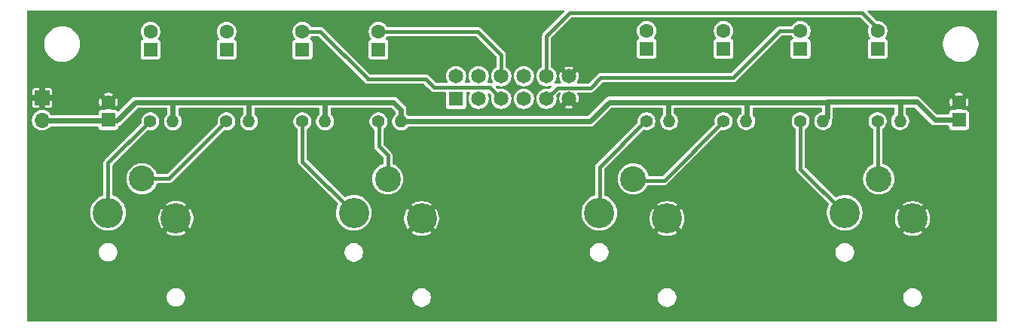
<source format=gbr>
%TF.GenerationSoftware,KiCad,Pcbnew,9.0.0*%
%TF.CreationDate,2025-03-26T12:01:05+11:00*%
%TF.ProjectId,Wing Board XLR Phantom,57696e67-2042-46f6-9172-6420584c5220,rev?*%
%TF.SameCoordinates,Original*%
%TF.FileFunction,Copper,L2,Bot*%
%TF.FilePolarity,Positive*%
%FSLAX46Y46*%
G04 Gerber Fmt 4.6, Leading zero omitted, Abs format (unit mm)*
G04 Created by KiCad (PCBNEW 9.0.0) date 2025-03-26 12:01:05*
%MOMM*%
%LPD*%
G01*
G04 APERTURE LIST*
%TA.AperFunction,ComponentPad*%
%ADD10C,1.400000*%
%TD*%
%TA.AperFunction,ComponentPad*%
%ADD11O,1.400000X1.400000*%
%TD*%
%TA.AperFunction,ComponentPad*%
%ADD12C,3.400000*%
%TD*%
%TA.AperFunction,ComponentPad*%
%ADD13C,2.900000*%
%TD*%
%TA.AperFunction,ComponentPad*%
%ADD14R,1.600000X1.600000*%
%TD*%
%TA.AperFunction,ComponentPad*%
%ADD15C,1.600000*%
%TD*%
%TA.AperFunction,ComponentPad*%
%ADD16R,1.700000X1.700000*%
%TD*%
%TA.AperFunction,ComponentPad*%
%ADD17O,1.700000X1.700000*%
%TD*%
%TA.AperFunction,ComponentPad*%
%ADD18R,1.650000X1.650000*%
%TD*%
%TA.AperFunction,ComponentPad*%
%ADD19C,1.650000*%
%TD*%
%TA.AperFunction,Conductor*%
%ADD20C,0.406400*%
%TD*%
%TA.AperFunction,Conductor*%
%ADD21C,0.609600*%
%TD*%
G04 APERTURE END LIST*
D10*
%TO.P,R2,1*%
%TO.N,/XC+*%
X31433432Y-13004800D03*
D11*
%TO.P,R2,2*%
%TO.N,Net-(J5-Pin_2)*%
X33973432Y-13004800D03*
%TD*%
D12*
%TO.P,J6,1*%
%TO.N,AGND*%
X17221200Y-23906400D03*
%TO.P,J6,2*%
%TO.N,/XD+*%
X9601200Y-23271400D03*
D13*
%TO.P,J6,3*%
%TO.N,/XD-*%
X13411200Y-19456400D03*
%TD*%
D10*
%TO.P,R1,1*%
%TO.N,/XD+*%
X14342700Y-13004800D03*
D11*
%TO.P,R1,2*%
%TO.N,Net-(J5-Pin_2)*%
X16882700Y-13004800D03*
%TD*%
D10*
%TO.P,R7,1*%
%TO.N,/XC-*%
X39978800Y-13004800D03*
D11*
%TO.P,R7,2*%
%TO.N,Net-(J5-Pin_2)*%
X42518800Y-13004800D03*
%TD*%
D14*
%TO.P,C1,1*%
%TO.N,/XD+*%
X14366667Y-4910200D03*
D15*
%TO.P,C1,2*%
%TO.N,/D+*%
X14366667Y-2910200D03*
%TD*%
D14*
%TO.P,C4,1*%
%TO.N,/XC-*%
X39984467Y-4910200D03*
D15*
%TO.P,C4,2*%
%TO.N,/C-*%
X39984467Y-2910200D03*
%TD*%
D14*
%TO.P,C2,1*%
%TO.N,/XD-*%
X22905933Y-4910200D03*
D15*
%TO.P,C2,2*%
%TO.N,/D-*%
X22905933Y-2910200D03*
%TD*%
D10*
%TO.P,R4,1*%
%TO.N,/XA+*%
X87409066Y-12979400D03*
D11*
%TO.P,R4,2*%
%TO.N,Net-(J5-Pin_2)*%
X89949066Y-12979400D03*
%TD*%
D14*
%TO.P,C10,1*%
%TO.N,Net-(J5-Pin_2)*%
X105206800Y-12852400D03*
D15*
%TO.P,C10,2*%
%TO.N,AGND*%
X105206800Y-10852400D03*
%TD*%
D14*
%TO.P,C6,1*%
%TO.N,/XB-*%
X78756933Y-4834000D03*
D15*
%TO.P,C6,2*%
%TO.N,/B-*%
X78756933Y-2834000D03*
%TD*%
D14*
%TO.P,C3,1*%
%TO.N,/XC+*%
X31445199Y-4910200D03*
D15*
%TO.P,C3,2*%
%TO.N,/C+*%
X31445199Y-2910200D03*
%TD*%
D12*
%TO.P,J1,1*%
%TO.N,AGND*%
X99999800Y-23926800D03*
%TO.P,J1,2*%
%TO.N,/XA+*%
X92379800Y-23291800D03*
D13*
%TO.P,J1,3*%
%TO.N,/XA-*%
X96189800Y-19476800D03*
%TD*%
D12*
%TO.P,J4,1*%
%TO.N,AGND*%
X44831000Y-23926800D03*
%TO.P,J4,2*%
%TO.N,/XC+*%
X37211000Y-23291800D03*
D13*
%TO.P,J4,3*%
%TO.N,/XC-*%
X41021000Y-19476800D03*
%TD*%
D16*
%TO.P,J5,1,Pin_1*%
%TO.N,AGND*%
X2184400Y-10337800D03*
D17*
%TO.P,J5,2,Pin_2*%
%TO.N,Net-(J5-Pin_2)*%
X2184400Y-12877800D03*
%TD*%
D18*
%TO.P,J3,1,Pin_1*%
%TO.N,V+*%
X48691800Y-10464800D03*
D19*
%TO.P,J3,2,Pin_2*%
%TO.N,V-*%
X48691800Y-7924800D03*
%TO.P,J3,3,Pin_3*%
%TO.N,/D+*%
X51231800Y-10464800D03*
%TO.P,J3,4,Pin_4*%
%TO.N,/D-*%
X51231800Y-7924800D03*
%TO.P,J3,5,Pin_5*%
%TO.N,/C+*%
X53771800Y-10464800D03*
%TO.P,J3,6,Pin_6*%
%TO.N,/C-*%
X53771800Y-7924800D03*
%TO.P,J3,7,Pin_7*%
%TO.N,/B+*%
X56311800Y-10464800D03*
%TO.P,J3,8,Pin_8*%
%TO.N,/B-*%
X56311800Y-7924800D03*
%TO.P,J3,9,Pin_9*%
%TO.N,/A+*%
X58851800Y-10464800D03*
%TO.P,J3,10,Pin_10*%
%TO.N,/A-*%
X58851800Y-7924800D03*
%TO.P,J3,11,Pin_11*%
%TO.N,AGND*%
X61391800Y-10464800D03*
%TO.P,J3,12,Pin_12*%
X61391800Y-7924800D03*
%TD*%
D10*
%TO.P,R3,1*%
%TO.N,/XB+*%
X70103200Y-12979400D03*
D11*
%TO.P,R3,2*%
%TO.N,Net-(J5-Pin_2)*%
X72643200Y-12979400D03*
%TD*%
D10*
%TO.P,R5,1*%
%TO.N,/XA-*%
X96062000Y-12979400D03*
D11*
%TO.P,R5,2*%
%TO.N,Net-(J5-Pin_2)*%
X98602000Y-12979400D03*
%TD*%
D14*
%TO.P,C7,1*%
%TO.N,/XA+*%
X87409866Y-4834000D03*
D15*
%TO.P,C7,2*%
%TO.N,/A+*%
X87409866Y-2834000D03*
%TD*%
D14*
%TO.P,C5,1*%
%TO.N,/XB+*%
X70104000Y-4834000D03*
D15*
%TO.P,C5,2*%
%TO.N,/B+*%
X70104000Y-2834000D03*
%TD*%
D10*
%TO.P,R8,1*%
%TO.N,/XD-*%
X22888066Y-13004800D03*
D11*
%TO.P,R8,2*%
%TO.N,Net-(J5-Pin_2)*%
X25428066Y-13004800D03*
%TD*%
D10*
%TO.P,R6,1*%
%TO.N,/XB-*%
X78756133Y-12979400D03*
D11*
%TO.P,R6,2*%
%TO.N,Net-(J5-Pin_2)*%
X81296133Y-12979400D03*
%TD*%
D14*
%TO.P,C8,1*%
%TO.N,/XA-*%
X96062800Y-4834000D03*
D15*
%TO.P,C8,2*%
%TO.N,/A-*%
X96062800Y-2834000D03*
%TD*%
D14*
%TO.P,C9,1*%
%TO.N,Net-(J5-Pin_2)*%
X9626600Y-12852400D03*
D15*
%TO.P,C9,2*%
%TO.N,AGND*%
X9626600Y-10852400D03*
%TD*%
D12*
%TO.P,J2,1*%
%TO.N,AGND*%
X72415400Y-23926800D03*
%TO.P,J2,2*%
%TO.N,/XB+*%
X64795400Y-23291800D03*
D13*
%TO.P,J2,3*%
%TO.N,/XB-*%
X68605400Y-19476800D03*
%TD*%
D20*
%TO.N,/XD+*%
X9601200Y-17678400D02*
X9601200Y-23271400D01*
X14274800Y-13004800D02*
X9601200Y-17678400D01*
X14342700Y-13004800D02*
X14274800Y-13004800D01*
%TO.N,/XD-*%
X22888066Y-13004800D02*
X22885400Y-13004800D01*
X22885400Y-13004800D02*
X16433800Y-19456400D01*
X16433800Y-19456400D02*
X13411200Y-19456400D01*
%TO.N,/XC+*%
X31433432Y-13004800D02*
X31433432Y-17514232D01*
X37210934Y-23291734D02*
X37211000Y-23291734D01*
X31433432Y-17514232D02*
X37210934Y-23291734D01*
%TO.N,/XB+*%
X64820800Y-18110200D02*
X64820800Y-23266532D01*
X70103200Y-12979400D02*
X69951600Y-12979400D01*
X69951600Y-12979400D02*
X64820800Y-18110200D01*
%TO.N,/XC-*%
X41021000Y-16814800D02*
X40005000Y-15798800D01*
X41021000Y-19481800D02*
X41021000Y-16814800D01*
X40005000Y-15798800D02*
X40005000Y-13031000D01*
%TO.N,/XA-*%
X96062000Y-12979400D02*
X96062000Y-19348800D01*
%TO.N,/XB-*%
X72110600Y-19634200D02*
X68762800Y-19634200D01*
X78756133Y-12979400D02*
X78756133Y-12988667D01*
X68605532Y-19476932D02*
X68605532Y-19476800D01*
X78756133Y-12988667D02*
X72110600Y-19634200D01*
X68762800Y-19634200D02*
X68605532Y-19476932D01*
%TO.N,/XA+*%
X92329000Y-23291800D02*
X92379800Y-23291800D01*
X87409066Y-18371866D02*
X92329000Y-23291800D01*
X87409066Y-12979400D02*
X87409066Y-18371866D01*
%TO.N,/C-*%
X53771800Y-5537200D02*
X51155600Y-2921000D01*
X53771800Y-7924800D02*
X53771800Y-5537200D01*
X51155600Y-2921000D02*
X39995267Y-2921000D01*
%TO.N,/C+*%
X46253400Y-9194800D02*
X45313600Y-8255000D01*
X33466400Y-2910200D02*
X31445199Y-2910200D01*
X38811200Y-8255000D02*
X38747700Y-8191500D01*
X45313600Y-8255000D02*
X38811200Y-8255000D01*
X53771800Y-10464800D02*
X52501800Y-9194800D01*
X38747700Y-8191500D02*
X33466400Y-2910200D01*
X52501800Y-9194800D02*
X46253400Y-9194800D01*
%TO.N,/A-*%
X96062800Y-2540000D02*
X94284800Y-762000D01*
X61493400Y-762000D02*
X58851800Y-3403600D01*
X94284800Y-762000D02*
X61493400Y-762000D01*
X58851800Y-3403600D02*
X58851800Y-7924800D01*
%TO.N,/A+*%
X60071000Y-9220200D02*
X63830200Y-9220200D01*
X64975400Y-8075000D02*
X79809000Y-8075000D01*
X58851800Y-10439400D02*
X60071000Y-9220200D01*
X79809000Y-8075000D02*
X85050000Y-2834000D01*
X58851800Y-10464800D02*
X58851800Y-10439400D01*
X85050000Y-2834000D02*
X87409866Y-2834000D01*
X63830200Y-9220200D02*
X64975400Y-8075000D01*
D21*
%TO.N,Net-(J5-Pin_2)*%
X25428066Y-13004800D02*
X25428066Y-11021934D01*
X34125000Y-10850000D02*
X41685600Y-10850000D01*
X2246600Y-12940000D02*
X10605800Y-12940000D01*
X81400000Y-10825000D02*
X81400000Y-12875533D01*
X17050000Y-10850000D02*
X25600000Y-10850000D01*
X65908400Y-10825000D02*
X72575000Y-10825000D01*
X33973432Y-13004800D02*
X33973432Y-11001568D01*
X42518800Y-13004800D02*
X63728600Y-13004800D01*
X72575000Y-12911200D02*
X72643200Y-12979400D01*
X81400000Y-12875533D02*
X81296133Y-12979400D01*
X10605800Y-12940000D02*
X12695800Y-10850000D01*
X90400000Y-10825000D02*
X90400000Y-12528466D01*
X100482400Y-10820400D02*
X102489000Y-12827000D01*
X42518800Y-11683200D02*
X42518800Y-13004800D01*
X105181400Y-12827000D02*
X105206800Y-12852400D01*
X63728600Y-13004800D02*
X65908400Y-10825000D01*
X102489000Y-12827000D02*
X105181400Y-12827000D01*
X98602800Y-10825000D02*
X98602000Y-10825800D01*
X12695800Y-10850000D02*
X17050000Y-10850000D01*
X72575000Y-10825000D02*
X72575000Y-12911200D01*
X90400000Y-12528466D02*
X89949066Y-12979400D01*
X41685600Y-10850000D02*
X42518800Y-11683200D01*
X81400000Y-10825000D02*
X90400000Y-10825000D01*
X25428066Y-11021934D02*
X25600000Y-10850000D01*
X2184400Y-12877800D02*
X2246600Y-12940000D01*
X90400000Y-10825000D02*
X90404600Y-10820400D01*
X72575000Y-10825000D02*
X81400000Y-10825000D01*
X90404600Y-10820400D02*
X100482400Y-10820400D01*
X33973432Y-11001568D02*
X34125000Y-10850000D01*
X98602000Y-10825800D02*
X98602000Y-12979400D01*
X16882700Y-13004800D02*
X16882700Y-11017300D01*
X25600000Y-10850000D02*
X34125000Y-10850000D01*
X16882700Y-11017300D02*
X17050000Y-10850000D01*
%TD*%
%TA.AperFunction,Conductor*%
%TO.N,AGND*%
G36*
X60803450Y-520185D02*
G01*
X60849205Y-572989D01*
X60859149Y-642147D01*
X60830124Y-705703D01*
X60824092Y-712181D01*
X58444901Y-3091370D01*
X58444899Y-3091373D01*
X58413229Y-3146227D01*
X58377953Y-3207324D01*
X58343300Y-3336655D01*
X58343300Y-6839341D01*
X58323615Y-6906380D01*
X58275596Y-6949825D01*
X58259396Y-6958079D01*
X58187426Y-7010368D01*
X58115459Y-7062656D01*
X58115457Y-7062658D01*
X58115456Y-7062658D01*
X57989658Y-7188456D01*
X57989658Y-7188457D01*
X57989656Y-7188459D01*
X57944745Y-7250273D01*
X57885081Y-7332393D01*
X57804308Y-7490917D01*
X57749332Y-7660119D01*
X57735651Y-7746500D01*
X57721500Y-7835843D01*
X57721500Y-8013757D01*
X57729082Y-8061625D01*
X57749332Y-8189480D01*
X57804308Y-8358682D01*
X57867092Y-8481901D01*
X57885081Y-8517206D01*
X57989656Y-8661141D01*
X58115459Y-8786944D01*
X58259394Y-8891519D01*
X58397066Y-8961667D01*
X58417917Y-8972291D01*
X58502518Y-8999779D01*
X58587121Y-9027268D01*
X58762843Y-9055100D01*
X58762844Y-9055100D01*
X58940756Y-9055100D01*
X58940757Y-9055100D01*
X59116479Y-9027268D01*
X59259740Y-8980719D01*
X59266107Y-8980538D01*
X59271699Y-8977485D01*
X59300609Y-8979552D01*
X59329580Y-8978725D01*
X59335035Y-8982014D01*
X59341391Y-8982469D01*
X59364593Y-8999838D01*
X59389413Y-9014805D01*
X59392224Y-9020523D01*
X59397324Y-9024341D01*
X59407451Y-9051492D01*
X59420241Y-9077506D01*
X59419514Y-9083835D01*
X59421741Y-9089805D01*
X59415579Y-9118126D01*
X59412276Y-9146920D01*
X59407903Y-9153413D01*
X59406889Y-9158078D01*
X59385738Y-9186332D01*
X59240599Y-9331471D01*
X59179276Y-9364956D01*
X59121553Y-9362073D01*
X59121218Y-9363470D01*
X59116472Y-9362330D01*
X58967269Y-9338699D01*
X58940757Y-9334500D01*
X58762843Y-9334500D01*
X58704269Y-9343777D01*
X58587119Y-9362332D01*
X58417917Y-9417308D01*
X58259393Y-9498081D01*
X58177273Y-9557745D01*
X58115459Y-9602656D01*
X58115457Y-9602658D01*
X58115456Y-9602658D01*
X57989658Y-9728456D01*
X57989658Y-9728457D01*
X57989656Y-9728459D01*
X57955416Y-9775586D01*
X57885081Y-9872393D01*
X57804308Y-10030917D01*
X57749332Y-10200119D01*
X57721500Y-10375843D01*
X57721500Y-10553756D01*
X57749332Y-10729480D01*
X57804308Y-10898682D01*
X57863474Y-11014800D01*
X57885081Y-11057206D01*
X57989656Y-11201141D01*
X58115459Y-11326944D01*
X58259394Y-11431519D01*
X58408689Y-11507589D01*
X58417917Y-11512291D01*
X58480389Y-11532589D01*
X58587121Y-11567268D01*
X58762843Y-11595100D01*
X58762844Y-11595100D01*
X58940756Y-11595100D01*
X58940757Y-11595100D01*
X59116479Y-11567268D01*
X59285685Y-11512290D01*
X59444206Y-11431519D01*
X59588141Y-11326944D01*
X59713944Y-11201141D01*
X59818519Y-11057206D01*
X59899290Y-10898685D01*
X59954268Y-10729479D01*
X59982100Y-10553757D01*
X59982100Y-10375843D01*
X59954268Y-10200121D01*
X59942420Y-10163655D01*
X59940425Y-10093813D01*
X59972667Y-10037660D01*
X60245310Y-9765016D01*
X60272242Y-9750311D01*
X60298055Y-9733723D01*
X60304255Y-9732831D01*
X60306632Y-9731534D01*
X60332990Y-9728700D01*
X60353523Y-9728700D01*
X60420562Y-9748385D01*
X60466317Y-9801189D01*
X60476261Y-9870347D01*
X60464008Y-9908995D01*
X60391853Y-10050603D01*
X60339368Y-10212133D01*
X60312800Y-10379881D01*
X60312800Y-10549718D01*
X60339368Y-10717466D01*
X60391853Y-10878996D01*
X60438008Y-10969577D01*
X60847839Y-10559746D01*
X60879282Y-10677092D01*
X60951690Y-10802508D01*
X61054092Y-10904910D01*
X61179508Y-10977318D01*
X61296851Y-11008760D01*
X60887020Y-11418590D01*
X60977609Y-11464747D01*
X61139133Y-11517231D01*
X61306882Y-11543800D01*
X61476718Y-11543800D01*
X61644466Y-11517231D01*
X61805993Y-11464746D01*
X61805997Y-11464745D01*
X61896578Y-11418590D01*
X61486749Y-11008760D01*
X61604092Y-10977318D01*
X61729508Y-10904910D01*
X61831910Y-10802508D01*
X61904318Y-10677092D01*
X61935760Y-10559748D01*
X62345590Y-10969578D01*
X62391745Y-10878997D01*
X62391746Y-10878993D01*
X62444231Y-10717466D01*
X62470800Y-10549718D01*
X62470800Y-10379881D01*
X62444231Y-10212133D01*
X62391745Y-10050600D01*
X62371721Y-10011301D01*
X62322240Y-9914190D01*
X104717602Y-9914190D01*
X105206800Y-10403387D01*
X105206801Y-10403387D01*
X105695996Y-9914190D01*
X105514241Y-9838904D01*
X105514233Y-9838902D01*
X105310614Y-9798400D01*
X105102985Y-9798400D01*
X104899366Y-9838902D01*
X104899358Y-9838904D01*
X104717602Y-9914190D01*
X62322240Y-9914190D01*
X62319593Y-9908996D01*
X62306696Y-9840327D01*
X62332972Y-9775586D01*
X62390078Y-9735328D01*
X62430077Y-9728700D01*
X63897143Y-9728700D01*
X63897145Y-9728700D01*
X64026474Y-9694047D01*
X64142427Y-9627101D01*
X65149709Y-8619819D01*
X65211032Y-8586334D01*
X65237390Y-8583500D01*
X79875943Y-8583500D01*
X79875945Y-8583500D01*
X80005274Y-8548847D01*
X80121227Y-8481901D01*
X85224309Y-3378819D01*
X85285632Y-3345334D01*
X85311990Y-3342500D01*
X86352465Y-3342500D01*
X86419504Y-3362185D01*
X86453541Y-3394669D01*
X86458815Y-3402091D01*
X86464529Y-3413304D01*
X86566790Y-3554055D01*
X86566861Y-3554126D01*
X86568146Y-3555934D01*
X86579328Y-3588343D01*
X86590868Y-3620687D01*
X86590714Y-3621345D01*
X86590935Y-3621983D01*
X86582818Y-3655302D01*
X86575042Y-3688741D01*
X86574557Y-3689211D01*
X86574398Y-3689867D01*
X86549548Y-3713515D01*
X86524936Y-3737435D01*
X86523877Y-3737947D01*
X86523785Y-3738035D01*
X86523637Y-3738063D01*
X86517157Y-3741199D01*
X86434340Y-3777766D01*
X86353632Y-3858474D01*
X86307528Y-3962888D01*
X86307528Y-3962890D01*
X86304566Y-3988419D01*
X86304566Y-5679571D01*
X86304568Y-5679594D01*
X86307527Y-5705106D01*
X86307528Y-5705109D01*
X86353631Y-5809524D01*
X86353632Y-5809525D01*
X86434341Y-5890234D01*
X86538757Y-5936338D01*
X86564287Y-5939300D01*
X88255444Y-5939299D01*
X88280975Y-5936338D01*
X88385391Y-5890234D01*
X88466100Y-5809525D01*
X88512204Y-5705109D01*
X88515166Y-5679579D01*
X88515165Y-3988422D01*
X88512204Y-3962891D01*
X88466100Y-3858475D01*
X88385391Y-3777766D01*
X88373037Y-3772311D01*
X88302574Y-3741198D01*
X88249198Y-3696111D01*
X88228671Y-3629325D01*
X88247510Y-3562043D01*
X88252343Y-3554878D01*
X88252938Y-3554058D01*
X88252942Y-3554055D01*
X88355203Y-3413304D01*
X88434188Y-3258288D01*
X88487950Y-3092825D01*
X88488180Y-3091370D01*
X88515166Y-2920994D01*
X88515166Y-2747005D01*
X88487950Y-2575174D01*
X88464596Y-2503299D01*
X88434188Y-2409712D01*
X88355203Y-2254696D01*
X88308304Y-2190145D01*
X88252947Y-2113951D01*
X88252943Y-2113946D01*
X88129919Y-1990922D01*
X88129914Y-1990918D01*
X87989173Y-1888665D01*
X87989172Y-1888664D01*
X87989170Y-1888663D01*
X87834154Y-1809678D01*
X87791242Y-1795735D01*
X87668691Y-1755915D01*
X87496860Y-1728700D01*
X87496855Y-1728700D01*
X87322877Y-1728700D01*
X87322872Y-1728700D01*
X87151040Y-1755915D01*
X86985575Y-1809679D01*
X86830558Y-1888665D01*
X86689817Y-1990918D01*
X86689812Y-1990922D01*
X86566788Y-2113946D01*
X86566784Y-2113951D01*
X86464529Y-2254694D01*
X86462949Y-2257796D01*
X86462036Y-2258761D01*
X86461984Y-2258848D01*
X86461965Y-2258836D01*
X86414974Y-2308592D01*
X86352465Y-2325500D01*
X84983055Y-2325500D01*
X84853724Y-2360153D01*
X84737773Y-2427099D01*
X84737770Y-2427101D01*
X79634691Y-7530181D01*
X79573368Y-7563666D01*
X79547010Y-7566500D01*
X64908455Y-7566500D01*
X64779124Y-7601153D01*
X64663173Y-7668099D01*
X64663170Y-7668101D01*
X63655891Y-8675381D01*
X63594568Y-8708866D01*
X63568210Y-8711700D01*
X62397164Y-8711700D01*
X62330125Y-8692015D01*
X62284370Y-8639211D01*
X62274426Y-8570053D01*
X62296846Y-8514814D01*
X62314642Y-8490319D01*
X62391746Y-8338996D01*
X62444231Y-8177466D01*
X62470800Y-8009718D01*
X62470800Y-7839881D01*
X62444231Y-7672133D01*
X62391747Y-7510609D01*
X62345590Y-7420020D01*
X61935760Y-7829849D01*
X61904318Y-7712508D01*
X61831910Y-7587092D01*
X61729508Y-7484690D01*
X61604092Y-7412282D01*
X61486748Y-7380839D01*
X61896578Y-6971008D01*
X61805996Y-6924853D01*
X61644466Y-6872368D01*
X61476718Y-6845800D01*
X61306882Y-6845800D01*
X61139132Y-6872369D01*
X61139129Y-6872369D01*
X60977610Y-6924850D01*
X60887021Y-6971008D01*
X61296852Y-7380839D01*
X61179508Y-7412282D01*
X61054092Y-7484690D01*
X60951690Y-7587092D01*
X60879282Y-7712508D01*
X60847839Y-7829852D01*
X60438008Y-7420021D01*
X60391850Y-7510610D01*
X60339369Y-7672129D01*
X60339369Y-7672132D01*
X60312800Y-7839881D01*
X60312800Y-8009718D01*
X60339368Y-8177466D01*
X60391853Y-8338996D01*
X60468957Y-8490319D01*
X60486754Y-8514814D01*
X60510234Y-8580620D01*
X60494409Y-8648674D01*
X60444304Y-8697369D01*
X60386436Y-8711700D01*
X60004055Y-8711700D01*
X59940061Y-8728847D01*
X59936433Y-8729819D01*
X59866583Y-8728156D01*
X59808721Y-8688993D01*
X59781217Y-8624764D01*
X59792804Y-8555862D01*
X59804024Y-8537156D01*
X59814653Y-8522527D01*
X59818519Y-8517206D01*
X59899290Y-8358685D01*
X59954268Y-8189479D01*
X59982100Y-8013757D01*
X59982100Y-7835843D01*
X59954268Y-7660121D01*
X59912048Y-7530181D01*
X59899291Y-7490917D01*
X59818518Y-7332393D01*
X59713944Y-7188459D01*
X59588141Y-7062656D01*
X59444206Y-6958081D01*
X59444205Y-6958080D01*
X59444203Y-6958079D01*
X59428004Y-6949825D01*
X59377208Y-6901850D01*
X59360300Y-6839341D01*
X59360300Y-3665589D01*
X59379985Y-3598550D01*
X59396619Y-3577908D01*
X60227522Y-2747005D01*
X68998700Y-2747005D01*
X68998700Y-2920994D01*
X69025915Y-3092825D01*
X69079679Y-3258290D01*
X69158662Y-3413303D01*
X69261523Y-3554880D01*
X69285002Y-3620687D01*
X69269176Y-3688741D01*
X69219070Y-3737435D01*
X69211291Y-3741199D01*
X69128474Y-3777766D01*
X69047766Y-3858474D01*
X69001662Y-3962888D01*
X69001662Y-3962890D01*
X68998700Y-3988419D01*
X68998700Y-5679571D01*
X68998702Y-5679594D01*
X69001661Y-5705106D01*
X69001662Y-5705109D01*
X69047765Y-5809524D01*
X69047766Y-5809525D01*
X69128475Y-5890234D01*
X69232891Y-5936338D01*
X69258421Y-5939300D01*
X70949578Y-5939299D01*
X70975109Y-5936338D01*
X71079525Y-5890234D01*
X71160234Y-5809525D01*
X71206338Y-5705109D01*
X71209300Y-5679579D01*
X71209299Y-3988422D01*
X71206338Y-3962891D01*
X71160234Y-3858475D01*
X71079525Y-3777766D01*
X71067171Y-3772311D01*
X70996708Y-3741198D01*
X70943332Y-3696111D01*
X70922805Y-3629325D01*
X70941644Y-3562043D01*
X70946477Y-3554878D01*
X70947072Y-3554058D01*
X70947076Y-3554055D01*
X71049337Y-3413304D01*
X71128322Y-3258288D01*
X71182084Y-3092825D01*
X71182314Y-3091370D01*
X71209300Y-2920994D01*
X71209300Y-2747005D01*
X77651633Y-2747005D01*
X77651633Y-2920994D01*
X77678848Y-3092825D01*
X77732612Y-3258290D01*
X77811595Y-3413303D01*
X77914456Y-3554880D01*
X77937935Y-3620687D01*
X77922109Y-3688741D01*
X77872003Y-3737435D01*
X77864224Y-3741199D01*
X77781407Y-3777766D01*
X77700699Y-3858474D01*
X77654595Y-3962888D01*
X77654595Y-3962890D01*
X77651633Y-3988419D01*
X77651633Y-5679571D01*
X77651635Y-5679594D01*
X77654594Y-5705106D01*
X77654595Y-5705109D01*
X77700698Y-5809524D01*
X77700699Y-5809525D01*
X77781408Y-5890234D01*
X77885824Y-5936338D01*
X77911354Y-5939300D01*
X79602511Y-5939299D01*
X79628042Y-5936338D01*
X79732458Y-5890234D01*
X79813167Y-5809525D01*
X79859271Y-5705109D01*
X79862233Y-5679579D01*
X79862232Y-3988422D01*
X79859271Y-3962891D01*
X79813167Y-3858475D01*
X79732458Y-3777766D01*
X79720104Y-3772311D01*
X79649641Y-3741198D01*
X79596265Y-3696111D01*
X79575738Y-3629325D01*
X79594577Y-3562043D01*
X79599410Y-3554878D01*
X79600005Y-3554058D01*
X79600009Y-3554055D01*
X79702270Y-3413304D01*
X79781255Y-3258288D01*
X79835017Y-3092825D01*
X79835247Y-3091370D01*
X79862233Y-2920994D01*
X79862233Y-2747005D01*
X79835017Y-2575174D01*
X79811663Y-2503299D01*
X79781255Y-2409712D01*
X79702270Y-2254696D01*
X79655371Y-2190145D01*
X79600014Y-2113951D01*
X79600010Y-2113946D01*
X79476986Y-1990922D01*
X79476981Y-1990918D01*
X79336240Y-1888665D01*
X79336239Y-1888664D01*
X79336237Y-1888663D01*
X79181221Y-1809678D01*
X79138309Y-1795735D01*
X79015758Y-1755915D01*
X78843927Y-1728700D01*
X78843922Y-1728700D01*
X78669944Y-1728700D01*
X78669939Y-1728700D01*
X78498107Y-1755915D01*
X78332642Y-1809679D01*
X78177625Y-1888665D01*
X78036884Y-1990918D01*
X78036879Y-1990922D01*
X77913855Y-2113946D01*
X77913851Y-2113951D01*
X77811598Y-2254692D01*
X77732612Y-2409709D01*
X77678848Y-2575174D01*
X77651633Y-2747005D01*
X71209300Y-2747005D01*
X71182084Y-2575174D01*
X71158730Y-2503299D01*
X71128322Y-2409712D01*
X71049337Y-2254696D01*
X71002438Y-2190145D01*
X70947081Y-2113951D01*
X70947077Y-2113946D01*
X70824053Y-1990922D01*
X70824048Y-1990918D01*
X70683307Y-1888665D01*
X70683306Y-1888664D01*
X70683304Y-1888663D01*
X70528288Y-1809678D01*
X70485376Y-1795735D01*
X70362825Y-1755915D01*
X70190994Y-1728700D01*
X70190989Y-1728700D01*
X70017011Y-1728700D01*
X70017006Y-1728700D01*
X69845174Y-1755915D01*
X69679709Y-1809679D01*
X69524692Y-1888665D01*
X69383951Y-1990918D01*
X69383946Y-1990922D01*
X69260922Y-2113946D01*
X69260918Y-2113951D01*
X69158665Y-2254692D01*
X69079679Y-2409709D01*
X69025915Y-2575174D01*
X68998700Y-2747005D01*
X60227522Y-2747005D01*
X61667708Y-1306819D01*
X61729031Y-1273334D01*
X61755389Y-1270500D01*
X94022810Y-1270500D01*
X94089849Y-1290185D01*
X94110491Y-1306819D01*
X95033811Y-2230138D01*
X95067296Y-2291461D01*
X95062312Y-2361152D01*
X95056616Y-2374112D01*
X95038478Y-2409710D01*
X95038476Y-2409714D01*
X94984715Y-2575173D01*
X94957500Y-2747005D01*
X94957500Y-2920994D01*
X94984715Y-3092825D01*
X95038479Y-3258290D01*
X95117462Y-3413303D01*
X95220323Y-3554880D01*
X95243802Y-3620687D01*
X95227976Y-3688741D01*
X95177870Y-3737435D01*
X95170091Y-3741199D01*
X95087274Y-3777766D01*
X95006566Y-3858474D01*
X94960462Y-3962888D01*
X94960462Y-3962890D01*
X94957500Y-3988419D01*
X94957500Y-5679571D01*
X94957502Y-5679594D01*
X94960461Y-5705106D01*
X94960462Y-5705109D01*
X95006565Y-5809524D01*
X95006566Y-5809525D01*
X95087275Y-5890234D01*
X95191691Y-5936338D01*
X95217221Y-5939300D01*
X96908378Y-5939299D01*
X96933909Y-5936338D01*
X97038325Y-5890234D01*
X97119034Y-5809525D01*
X97165138Y-5705109D01*
X97168100Y-5679579D01*
X97168099Y-4186872D01*
X103409499Y-4186872D01*
X103409499Y-4449127D01*
X103438008Y-4665662D01*
X103443729Y-4709116D01*
X103511601Y-4962420D01*
X103511604Y-4962427D01*
X103611954Y-5204693D01*
X103611959Y-5204704D01*
X103743071Y-5431795D01*
X103743082Y-5431811D01*
X103902715Y-5639850D01*
X103902721Y-5639857D01*
X104088142Y-5825278D01*
X104088149Y-5825284D01*
X104166918Y-5885725D01*
X104296197Y-5984924D01*
X104296204Y-5984928D01*
X104523295Y-6116040D01*
X104523300Y-6116042D01*
X104523303Y-6116044D01*
X104765580Y-6216399D01*
X105018884Y-6284271D01*
X105278880Y-6318501D01*
X105278887Y-6318501D01*
X105541113Y-6318501D01*
X105541120Y-6318501D01*
X105801116Y-6284271D01*
X106054420Y-6216399D01*
X106296697Y-6116044D01*
X106523803Y-5984924D01*
X106731852Y-5825283D01*
X106917283Y-5639852D01*
X107076924Y-5431803D01*
X107208044Y-5204697D01*
X107308399Y-4962420D01*
X107376271Y-4709116D01*
X107410501Y-4449120D01*
X107410501Y-4186880D01*
X107376271Y-3926884D01*
X107308399Y-3673580D01*
X107208044Y-3431303D01*
X107208042Y-3431300D01*
X107208040Y-3431295D01*
X107076928Y-3204204D01*
X107076924Y-3204197D01*
X106991466Y-3092825D01*
X106917284Y-2996149D01*
X106917278Y-2996142D01*
X106731857Y-2810721D01*
X106731850Y-2810715D01*
X106523811Y-2651082D01*
X106523809Y-2651080D01*
X106523803Y-2651076D01*
X106523798Y-2651073D01*
X106523795Y-2651071D01*
X106296704Y-2519959D01*
X106296693Y-2519954D01*
X106054427Y-2419604D01*
X106054428Y-2419604D01*
X106054420Y-2419601D01*
X106027918Y-2412500D01*
X105954452Y-2392815D01*
X105801116Y-2351729D01*
X105748456Y-2344796D01*
X105541127Y-2317499D01*
X105541120Y-2317499D01*
X105278880Y-2317499D01*
X105278872Y-2317499D01*
X105031402Y-2350080D01*
X105018884Y-2351729D01*
X104987445Y-2360153D01*
X104765586Y-2419599D01*
X104765572Y-2419604D01*
X104523306Y-2519954D01*
X104523295Y-2519959D01*
X104296204Y-2651071D01*
X104296188Y-2651082D01*
X104088149Y-2810715D01*
X104088142Y-2810721D01*
X103902721Y-2996142D01*
X103902715Y-2996149D01*
X103743082Y-3204188D01*
X103743071Y-3204204D01*
X103611959Y-3431295D01*
X103611954Y-3431306D01*
X103511604Y-3673572D01*
X103511599Y-3673586D01*
X103443730Y-3926881D01*
X103443728Y-3926892D01*
X103409499Y-4186872D01*
X97168099Y-4186872D01*
X97168099Y-3988422D01*
X97165138Y-3962891D01*
X97119034Y-3858475D01*
X97038325Y-3777766D01*
X97025971Y-3772311D01*
X96955508Y-3741198D01*
X96902132Y-3696111D01*
X96881605Y-3629325D01*
X96900444Y-3562043D01*
X96905277Y-3554878D01*
X96905872Y-3554058D01*
X96905876Y-3554055D01*
X97008137Y-3413304D01*
X97087122Y-3258288D01*
X97140884Y-3092825D01*
X97141114Y-3091370D01*
X97168100Y-2920994D01*
X97168100Y-2747005D01*
X97140884Y-2575174D01*
X97117530Y-2503299D01*
X97087122Y-2409712D01*
X97008137Y-2254696D01*
X96961238Y-2190145D01*
X96905881Y-2113951D01*
X96905877Y-2113946D01*
X96782853Y-1990922D01*
X96782848Y-1990918D01*
X96642107Y-1888665D01*
X96642106Y-1888664D01*
X96642104Y-1888663D01*
X96487088Y-1809678D01*
X96444176Y-1795735D01*
X96321625Y-1755915D01*
X96149794Y-1728700D01*
X96149789Y-1728700D01*
X96021990Y-1728700D01*
X95954951Y-1709015D01*
X95934309Y-1692381D01*
X94954109Y-712181D01*
X94920624Y-650858D01*
X94925608Y-581166D01*
X94967480Y-525233D01*
X95032944Y-500816D01*
X95041790Y-500500D01*
X109375447Y-500500D01*
X109442486Y-520185D01*
X109488241Y-572989D01*
X109499447Y-624500D01*
X109499447Y-35370700D01*
X109479762Y-35437739D01*
X109426958Y-35483494D01*
X109375447Y-35494700D01*
X624500Y-35494700D01*
X557461Y-35475015D01*
X511706Y-35422211D01*
X500500Y-35370700D01*
X500500Y-32692930D01*
X16170700Y-32692930D01*
X16170700Y-32899869D01*
X16211068Y-33102812D01*
X16211070Y-33102820D01*
X16290259Y-33293998D01*
X16303890Y-33314398D01*
X16405224Y-33466057D01*
X16551542Y-33612375D01*
X16551545Y-33612377D01*
X16723602Y-33727341D01*
X16914780Y-33806530D01*
X17117730Y-33846899D01*
X17117734Y-33846900D01*
X17117735Y-33846900D01*
X17324666Y-33846900D01*
X17324667Y-33846899D01*
X17527620Y-33806530D01*
X17718798Y-33727341D01*
X17890855Y-33612377D01*
X18037177Y-33466055D01*
X18152141Y-33293998D01*
X18231330Y-33102820D01*
X18271700Y-32899865D01*
X18271700Y-32713330D01*
X43780500Y-32713330D01*
X43780500Y-32920269D01*
X43820868Y-33123212D01*
X43820870Y-33123220D01*
X43900058Y-33314396D01*
X44015024Y-33486457D01*
X44161342Y-33632775D01*
X44161345Y-33632777D01*
X44333402Y-33747741D01*
X44524580Y-33826930D01*
X44727530Y-33867299D01*
X44727534Y-33867300D01*
X44727535Y-33867300D01*
X44934466Y-33867300D01*
X44934467Y-33867299D01*
X45137420Y-33826930D01*
X45328598Y-33747741D01*
X45500655Y-33632777D01*
X45646977Y-33486455D01*
X45761941Y-33314398D01*
X45841130Y-33123220D01*
X45881500Y-32920265D01*
X45881500Y-32713335D01*
X45881499Y-32713330D01*
X71364900Y-32713330D01*
X71364900Y-32920269D01*
X71405268Y-33123212D01*
X71405270Y-33123220D01*
X71484458Y-33314396D01*
X71599424Y-33486457D01*
X71745742Y-33632775D01*
X71745745Y-33632777D01*
X71917802Y-33747741D01*
X72108980Y-33826930D01*
X72311930Y-33867299D01*
X72311934Y-33867300D01*
X72311935Y-33867300D01*
X72518866Y-33867300D01*
X72518867Y-33867299D01*
X72721820Y-33826930D01*
X72912998Y-33747741D01*
X73085055Y-33632777D01*
X73231377Y-33486455D01*
X73346341Y-33314398D01*
X73425530Y-33123220D01*
X73465900Y-32920265D01*
X73465900Y-32713335D01*
X73465899Y-32713330D01*
X98949300Y-32713330D01*
X98949300Y-32920269D01*
X98989668Y-33123212D01*
X98989670Y-33123220D01*
X99068858Y-33314396D01*
X99183824Y-33486457D01*
X99330142Y-33632775D01*
X99330145Y-33632777D01*
X99502202Y-33747741D01*
X99693380Y-33826930D01*
X99896330Y-33867299D01*
X99896334Y-33867300D01*
X99896335Y-33867300D01*
X100103266Y-33867300D01*
X100103267Y-33867299D01*
X100306220Y-33826930D01*
X100497398Y-33747741D01*
X100669455Y-33632777D01*
X100815777Y-33486455D01*
X100930741Y-33314398D01*
X101009930Y-33123220D01*
X101050300Y-32920265D01*
X101050300Y-32713335D01*
X101009930Y-32510380D01*
X100930741Y-32319202D01*
X100815777Y-32147145D01*
X100815775Y-32147142D01*
X100669457Y-32000824D01*
X100583426Y-31943341D01*
X100497398Y-31885859D01*
X100448148Y-31865459D01*
X100306220Y-31806670D01*
X100306212Y-31806668D01*
X100103269Y-31766300D01*
X100103265Y-31766300D01*
X99896335Y-31766300D01*
X99896330Y-31766300D01*
X99693387Y-31806668D01*
X99693379Y-31806670D01*
X99502203Y-31885858D01*
X99330142Y-32000824D01*
X99183824Y-32147142D01*
X99068858Y-32319203D01*
X98989670Y-32510379D01*
X98989668Y-32510387D01*
X98949300Y-32713330D01*
X73465899Y-32713330D01*
X73425530Y-32510380D01*
X73346341Y-32319202D01*
X73231377Y-32147145D01*
X73231375Y-32147142D01*
X73085057Y-32000824D01*
X72999026Y-31943341D01*
X72912998Y-31885859D01*
X72863748Y-31865459D01*
X72721820Y-31806670D01*
X72721812Y-31806668D01*
X72518869Y-31766300D01*
X72518865Y-31766300D01*
X72311935Y-31766300D01*
X72311930Y-31766300D01*
X72108987Y-31806668D01*
X72108979Y-31806670D01*
X71917803Y-31885858D01*
X71745742Y-32000824D01*
X71599424Y-32147142D01*
X71484458Y-32319203D01*
X71405270Y-32510379D01*
X71405268Y-32510387D01*
X71364900Y-32713330D01*
X45881499Y-32713330D01*
X45841130Y-32510380D01*
X45761941Y-32319202D01*
X45646977Y-32147145D01*
X45646975Y-32147142D01*
X45500657Y-32000824D01*
X45414626Y-31943341D01*
X45328598Y-31885859D01*
X45279348Y-31865459D01*
X45137420Y-31806670D01*
X45137412Y-31806668D01*
X44934469Y-31766300D01*
X44934465Y-31766300D01*
X44727535Y-31766300D01*
X44727530Y-31766300D01*
X44524587Y-31806668D01*
X44524579Y-31806670D01*
X44333403Y-31885858D01*
X44161342Y-32000824D01*
X44015024Y-32147142D01*
X43900058Y-32319203D01*
X43820870Y-32510379D01*
X43820868Y-32510387D01*
X43780500Y-32713330D01*
X18271700Y-32713330D01*
X18271700Y-32692935D01*
X18231330Y-32489980D01*
X18152141Y-32298802D01*
X18037177Y-32126745D01*
X18037175Y-32126742D01*
X17890857Y-31980424D01*
X17749327Y-31885858D01*
X17718798Y-31865459D01*
X17527620Y-31786270D01*
X17527612Y-31786268D01*
X17324669Y-31745900D01*
X17324665Y-31745900D01*
X17117735Y-31745900D01*
X17117730Y-31745900D01*
X16914787Y-31786268D01*
X16914779Y-31786270D01*
X16723603Y-31865458D01*
X16551542Y-31980424D01*
X16405224Y-32126742D01*
X16290258Y-32298803D01*
X16211070Y-32489979D01*
X16211068Y-32489987D01*
X16170700Y-32692930D01*
X500500Y-32692930D01*
X500500Y-27612930D01*
X8550700Y-27612930D01*
X8550700Y-27819869D01*
X8591068Y-28022812D01*
X8591070Y-28022820D01*
X8670259Y-28213998D01*
X8683890Y-28234398D01*
X8785224Y-28386057D01*
X8931542Y-28532375D01*
X8931545Y-28532377D01*
X9103602Y-28647341D01*
X9294780Y-28726530D01*
X9497730Y-28766899D01*
X9497734Y-28766900D01*
X9497735Y-28766900D01*
X9704666Y-28766900D01*
X9704667Y-28766899D01*
X9907620Y-28726530D01*
X10098798Y-28647341D01*
X10270855Y-28532377D01*
X10417177Y-28386055D01*
X10532141Y-28213998D01*
X10611330Y-28022820D01*
X10651700Y-27819865D01*
X10651700Y-27633330D01*
X36160500Y-27633330D01*
X36160500Y-27840269D01*
X36200868Y-28043212D01*
X36200870Y-28043220D01*
X36280058Y-28234396D01*
X36395024Y-28406457D01*
X36541342Y-28552775D01*
X36541345Y-28552777D01*
X36713402Y-28667741D01*
X36904580Y-28746930D01*
X37107530Y-28787299D01*
X37107534Y-28787300D01*
X37107535Y-28787300D01*
X37314466Y-28787300D01*
X37314467Y-28787299D01*
X37517420Y-28746930D01*
X37708598Y-28667741D01*
X37880655Y-28552777D01*
X38026977Y-28406455D01*
X38141941Y-28234398D01*
X38221130Y-28043220D01*
X38261500Y-27840265D01*
X38261500Y-27633335D01*
X38261499Y-27633330D01*
X63744900Y-27633330D01*
X63744900Y-27840269D01*
X63785268Y-28043212D01*
X63785270Y-28043220D01*
X63864458Y-28234396D01*
X63979424Y-28406457D01*
X64125742Y-28552775D01*
X64125745Y-28552777D01*
X64297802Y-28667741D01*
X64488980Y-28746930D01*
X64691930Y-28787299D01*
X64691934Y-28787300D01*
X64691935Y-28787300D01*
X64898866Y-28787300D01*
X64898867Y-28787299D01*
X65101820Y-28746930D01*
X65292998Y-28667741D01*
X65465055Y-28552777D01*
X65611377Y-28406455D01*
X65726341Y-28234398D01*
X65805530Y-28043220D01*
X65845900Y-27840265D01*
X65845900Y-27633335D01*
X65845899Y-27633330D01*
X91329300Y-27633330D01*
X91329300Y-27840269D01*
X91369668Y-28043212D01*
X91369670Y-28043220D01*
X91448858Y-28234396D01*
X91563824Y-28406457D01*
X91710142Y-28552775D01*
X91710145Y-28552777D01*
X91882202Y-28667741D01*
X92073380Y-28746930D01*
X92276330Y-28787299D01*
X92276334Y-28787300D01*
X92276335Y-28787300D01*
X92483266Y-28787300D01*
X92483267Y-28787299D01*
X92686220Y-28746930D01*
X92877398Y-28667741D01*
X93049455Y-28552777D01*
X93195777Y-28406455D01*
X93310741Y-28234398D01*
X93389930Y-28043220D01*
X93430300Y-27840265D01*
X93430300Y-27633335D01*
X93389930Y-27430380D01*
X93310741Y-27239202D01*
X93195777Y-27067145D01*
X93195775Y-27067142D01*
X93049457Y-26920824D01*
X92963426Y-26863341D01*
X92877398Y-26805859D01*
X92828148Y-26785459D01*
X92686220Y-26726670D01*
X92686212Y-26726668D01*
X92483269Y-26686300D01*
X92483265Y-26686300D01*
X92276335Y-26686300D01*
X92276330Y-26686300D01*
X92073387Y-26726668D01*
X92073379Y-26726670D01*
X91882203Y-26805858D01*
X91710142Y-26920824D01*
X91563824Y-27067142D01*
X91448858Y-27239203D01*
X91369670Y-27430379D01*
X91369668Y-27430387D01*
X91329300Y-27633330D01*
X65845899Y-27633330D01*
X65805530Y-27430380D01*
X65726341Y-27239202D01*
X65611377Y-27067145D01*
X65611375Y-27067142D01*
X65465057Y-26920824D01*
X65379026Y-26863341D01*
X65292998Y-26805859D01*
X65243748Y-26785459D01*
X65101820Y-26726670D01*
X65101812Y-26726668D01*
X64898869Y-26686300D01*
X64898865Y-26686300D01*
X64691935Y-26686300D01*
X64691930Y-26686300D01*
X64488987Y-26726668D01*
X64488979Y-26726670D01*
X64297803Y-26805858D01*
X64125742Y-26920824D01*
X63979424Y-27067142D01*
X63864458Y-27239203D01*
X63785270Y-27430379D01*
X63785268Y-27430387D01*
X63744900Y-27633330D01*
X38261499Y-27633330D01*
X38221130Y-27430380D01*
X38141941Y-27239202D01*
X38026977Y-27067145D01*
X38026975Y-27067142D01*
X37880657Y-26920824D01*
X37794626Y-26863341D01*
X37708598Y-26805859D01*
X37659348Y-26785459D01*
X37517420Y-26726670D01*
X37517412Y-26726668D01*
X37314469Y-26686300D01*
X37314465Y-26686300D01*
X37107535Y-26686300D01*
X37107530Y-26686300D01*
X36904587Y-26726668D01*
X36904579Y-26726670D01*
X36713403Y-26805858D01*
X36541342Y-26920824D01*
X36395024Y-27067142D01*
X36280058Y-27239203D01*
X36200870Y-27430379D01*
X36200868Y-27430387D01*
X36160500Y-27633330D01*
X10651700Y-27633330D01*
X10651700Y-27612935D01*
X10611330Y-27409980D01*
X10532141Y-27218802D01*
X10417177Y-27046745D01*
X10417175Y-27046742D01*
X10270857Y-26900424D01*
X10129327Y-26805858D01*
X10098798Y-26785459D01*
X9907620Y-26706270D01*
X9907612Y-26706268D01*
X9704669Y-26665900D01*
X9704665Y-26665900D01*
X9497735Y-26665900D01*
X9497730Y-26665900D01*
X9294787Y-26706268D01*
X9294779Y-26706270D01*
X9103603Y-26785458D01*
X8931542Y-26900424D01*
X8785224Y-27046742D01*
X8670258Y-27218803D01*
X8591070Y-27409979D01*
X8591068Y-27409987D01*
X8550700Y-27612930D01*
X500500Y-27612930D01*
X500500Y-23139972D01*
X7595900Y-23139972D01*
X7595900Y-23402827D01*
X7595901Y-23402844D01*
X7630209Y-23663443D01*
X7630210Y-23663448D01*
X7630211Y-23663454D01*
X7698246Y-23917366D01*
X7698249Y-23917373D01*
X7798839Y-24160218D01*
X7798843Y-24160228D01*
X7930275Y-24387875D01*
X8090298Y-24596421D01*
X8090304Y-24596428D01*
X8276171Y-24782295D01*
X8276178Y-24782301D01*
X8484724Y-24942324D01*
X8712371Y-25073756D01*
X8712372Y-25073756D01*
X8712375Y-25073758D01*
X8955234Y-25174354D01*
X9209146Y-25242389D01*
X9469766Y-25276700D01*
X9469773Y-25276700D01*
X9732627Y-25276700D01*
X9732634Y-25276700D01*
X9993254Y-25242389D01*
X10247166Y-25174354D01*
X10490025Y-25073758D01*
X10717676Y-24942324D01*
X10926223Y-24782300D01*
X11112100Y-24596423D01*
X11272124Y-24387876D01*
X11403558Y-24160225D01*
X11504154Y-23917366D01*
X11541409Y-23778327D01*
X15267200Y-23778327D01*
X15267200Y-24034472D01*
X15300632Y-24288423D01*
X15366927Y-24535839D01*
X15464945Y-24772478D01*
X15464953Y-24772494D01*
X15593015Y-24994304D01*
X15593021Y-24994311D01*
X15632640Y-25045945D01*
X16477393Y-24201193D01*
X16512249Y-24285342D01*
X16599799Y-24416370D01*
X16711230Y-24527801D01*
X16842258Y-24615351D01*
X16926405Y-24650206D01*
X16081653Y-25494958D01*
X16081653Y-25494959D01*
X16133286Y-25534578D01*
X16355105Y-25662646D01*
X16355121Y-25662654D01*
X16591760Y-25760672D01*
X16839176Y-25826967D01*
X17093127Y-25860400D01*
X17349273Y-25860400D01*
X17603223Y-25826967D01*
X17850639Y-25760672D01*
X18087278Y-25662654D01*
X18087294Y-25662646D01*
X18309106Y-25534582D01*
X18309124Y-25534570D01*
X18360745Y-25494959D01*
X18360745Y-25494958D01*
X17515994Y-24650206D01*
X17600142Y-24615351D01*
X17731170Y-24527801D01*
X17842601Y-24416370D01*
X17930151Y-24285342D01*
X17965006Y-24201194D01*
X18809758Y-25045945D01*
X18809759Y-25045945D01*
X18849370Y-24994324D01*
X18849382Y-24994306D01*
X18977446Y-24772494D01*
X18977454Y-24772478D01*
X19075472Y-24535839D01*
X19141767Y-24288423D01*
X19175200Y-24034472D01*
X19175200Y-23778327D01*
X19141767Y-23524376D01*
X19075472Y-23276960D01*
X18977454Y-23040321D01*
X18977446Y-23040305D01*
X18849378Y-22818486D01*
X18809759Y-22766853D01*
X18809758Y-22766853D01*
X17965006Y-23611605D01*
X17930151Y-23527458D01*
X17842601Y-23396430D01*
X17731170Y-23284999D01*
X17600142Y-23197449D01*
X17515993Y-23162593D01*
X18360745Y-22317840D01*
X18360745Y-22317839D01*
X18309111Y-22278221D01*
X18309104Y-22278215D01*
X18087294Y-22150153D01*
X18087278Y-22150145D01*
X17850639Y-22052127D01*
X17603223Y-21985832D01*
X17349273Y-21952400D01*
X17093127Y-21952400D01*
X16839176Y-21985832D01*
X16591760Y-22052127D01*
X16355121Y-22150145D01*
X16355105Y-22150153D01*
X16133293Y-22278217D01*
X16133279Y-22278226D01*
X16081652Y-22317840D01*
X16926406Y-23162593D01*
X16842258Y-23197449D01*
X16711230Y-23284999D01*
X16599799Y-23396430D01*
X16512249Y-23527458D01*
X16477393Y-23611605D01*
X15632640Y-22766852D01*
X15593026Y-22818479D01*
X15593017Y-22818493D01*
X15464953Y-23040305D01*
X15464945Y-23040321D01*
X15366927Y-23276960D01*
X15300632Y-23524376D01*
X15267200Y-23778327D01*
X11541409Y-23778327D01*
X11572189Y-23663454D01*
X11606500Y-23402834D01*
X11606500Y-23139966D01*
X11572189Y-22879346D01*
X11504154Y-22625434D01*
X11456951Y-22511477D01*
X11416263Y-22413246D01*
X11408790Y-22395206D01*
X11403558Y-22382575D01*
X11399570Y-22375668D01*
X11272124Y-22154924D01*
X11112101Y-21946378D01*
X11112095Y-21946371D01*
X10926228Y-21760504D01*
X10926221Y-21760498D01*
X10717675Y-21600475D01*
X10490028Y-21469043D01*
X10490018Y-21469039D01*
X10247162Y-21368444D01*
X10247160Y-21368443D01*
X10201605Y-21356237D01*
X10141945Y-21319872D01*
X10111417Y-21257025D01*
X10109700Y-21236463D01*
X10109700Y-19341344D01*
X11655900Y-19341344D01*
X11655900Y-19571455D01*
X11680914Y-19761451D01*
X11685934Y-19799577D01*
X11703009Y-19863301D01*
X11745486Y-20021831D01*
X11833539Y-20234408D01*
X11833543Y-20234418D01*
X11948589Y-20433684D01*
X12088662Y-20616231D01*
X12088668Y-20616238D01*
X12251361Y-20778931D01*
X12251368Y-20778937D01*
X12433915Y-20919010D01*
X12633181Y-21034056D01*
X12633182Y-21034056D01*
X12633185Y-21034058D01*
X12845767Y-21122113D01*
X13068023Y-21181666D01*
X13296152Y-21211700D01*
X13296159Y-21211700D01*
X13526241Y-21211700D01*
X13526248Y-21211700D01*
X13754377Y-21181666D01*
X13976633Y-21122113D01*
X14189215Y-21034058D01*
X14388485Y-20919010D01*
X14571033Y-20778936D01*
X14733736Y-20616233D01*
X14873810Y-20433685D01*
X14988858Y-20234415D01*
X15068789Y-20041445D01*
X15112629Y-19987044D01*
X15178923Y-19964979D01*
X15183349Y-19964900D01*
X16500743Y-19964900D01*
X16500745Y-19964900D01*
X16630074Y-19930247D01*
X16746027Y-19863301D01*
X22583856Y-14025470D01*
X22645177Y-13991987D01*
X22695724Y-13991536D01*
X22789051Y-14010099D01*
X22789052Y-14010100D01*
X22789053Y-14010100D01*
X22987080Y-14010100D01*
X22987081Y-14010099D01*
X23181301Y-13971467D01*
X23364254Y-13895685D01*
X23528907Y-13785667D01*
X23668933Y-13645641D01*
X23778951Y-13480988D01*
X23854733Y-13298035D01*
X23893366Y-13103813D01*
X23893366Y-12905787D01*
X23854733Y-12711565D01*
X23778951Y-12528612D01*
X23778950Y-12528611D01*
X23778947Y-12528605D01*
X23668933Y-12363959D01*
X23668930Y-12363955D01*
X23528910Y-12223935D01*
X23528906Y-12223932D01*
X23364260Y-12113918D01*
X23364251Y-12113913D01*
X23181301Y-12038133D01*
X23181293Y-12038131D01*
X22987083Y-11999500D01*
X22987079Y-11999500D01*
X22789053Y-11999500D01*
X22789048Y-11999500D01*
X22594838Y-12038131D01*
X22594830Y-12038133D01*
X22411880Y-12113913D01*
X22411871Y-12113918D01*
X22247225Y-12223932D01*
X22247221Y-12223935D01*
X22107201Y-12363955D01*
X22107198Y-12363959D01*
X21997184Y-12528605D01*
X21997179Y-12528614D01*
X21921399Y-12711564D01*
X21921397Y-12711572D01*
X21882766Y-12905782D01*
X21882766Y-13103817D01*
X21900444Y-13192690D01*
X21894217Y-13262282D01*
X21866508Y-13304562D01*
X16259491Y-18911581D01*
X16198168Y-18945066D01*
X16171810Y-18947900D01*
X15183349Y-18947900D01*
X15116310Y-18928215D01*
X15070555Y-18875411D01*
X15068799Y-18871379D01*
X14988858Y-18678385D01*
X14873810Y-18479115D01*
X14791763Y-18372189D01*
X14733737Y-18296568D01*
X14733731Y-18296561D01*
X14571038Y-18133868D01*
X14571031Y-18133862D01*
X14388484Y-17993789D01*
X14189213Y-17878741D01*
X14189208Y-17878739D01*
X13976631Y-17790686D01*
X13853101Y-17757587D01*
X13754377Y-17731134D01*
X13716251Y-17726114D01*
X13526255Y-17701100D01*
X13526248Y-17701100D01*
X13296152Y-17701100D01*
X13296144Y-17701100D01*
X13079004Y-17729688D01*
X13068023Y-17731134D01*
X13021051Y-17743719D01*
X12845768Y-17790686D01*
X12633191Y-17878739D01*
X12633187Y-17878741D01*
X12433915Y-17993789D01*
X12251368Y-18133862D01*
X12251361Y-18133868D01*
X12088668Y-18296561D01*
X12088662Y-18296568D01*
X11948589Y-18479115D01*
X11833543Y-18678381D01*
X11833539Y-18678391D01*
X11745486Y-18890968D01*
X11707217Y-19033794D01*
X11687866Y-19106015D01*
X11685935Y-19113220D01*
X11685933Y-19113231D01*
X11655900Y-19341344D01*
X10109700Y-19341344D01*
X10109700Y-17940388D01*
X10129385Y-17873349D01*
X10146014Y-17852712D01*
X13984078Y-14014647D01*
X14045399Y-13981164D01*
X14095948Y-13980713D01*
X14243684Y-14010099D01*
X14243686Y-14010100D01*
X14243687Y-14010100D01*
X14441714Y-14010100D01*
X14441715Y-14010099D01*
X14635935Y-13971467D01*
X14818888Y-13895685D01*
X14983541Y-13785667D01*
X15123567Y-13645641D01*
X15233585Y-13480988D01*
X15309367Y-13298035D01*
X15348000Y-13103813D01*
X15348000Y-12905787D01*
X15309367Y-12711565D01*
X15233585Y-12528612D01*
X15233584Y-12528611D01*
X15233581Y-12528605D01*
X15123567Y-12363959D01*
X15123564Y-12363955D01*
X14983544Y-12223935D01*
X14983540Y-12223932D01*
X14818894Y-12113918D01*
X14818885Y-12113913D01*
X14635935Y-12038133D01*
X14635927Y-12038131D01*
X14441717Y-11999500D01*
X14441713Y-11999500D01*
X14243687Y-11999500D01*
X14243682Y-11999500D01*
X14049472Y-12038131D01*
X14049464Y-12038133D01*
X13866514Y-12113913D01*
X13866505Y-12113918D01*
X13701859Y-12223932D01*
X13701855Y-12223935D01*
X13561835Y-12363955D01*
X13561832Y-12363959D01*
X13451818Y-12528605D01*
X13451813Y-12528614D01*
X13376033Y-12711564D01*
X13376031Y-12711572D01*
X13337400Y-12905782D01*
X13337400Y-12905786D01*
X13337400Y-12905787D01*
X13337400Y-13103813D01*
X13342539Y-13129649D01*
X13344256Y-13138281D01*
X13338027Y-13207873D01*
X13310319Y-13250152D01*
X9194301Y-17366170D01*
X9194299Y-17366173D01*
X9127353Y-17482124D01*
X9092700Y-17611455D01*
X9092700Y-21236463D01*
X9073015Y-21303502D01*
X9020211Y-21349257D01*
X9000795Y-21356237D01*
X8955239Y-21368443D01*
X8955237Y-21368444D01*
X8712381Y-21469039D01*
X8712371Y-21469043D01*
X8484724Y-21600475D01*
X8276178Y-21760498D01*
X8276171Y-21760504D01*
X8090304Y-21946371D01*
X8090298Y-21946378D01*
X7930275Y-22154924D01*
X7798843Y-22382571D01*
X7798839Y-22382581D01*
X7698249Y-22625426D01*
X7698244Y-22625440D01*
X7630212Y-22879343D01*
X7630209Y-22879356D01*
X7595901Y-23139955D01*
X7595900Y-23139972D01*
X500500Y-23139972D01*
X500500Y-12786876D01*
X1029100Y-12786876D01*
X1029100Y-12968723D01*
X1057548Y-13148334D01*
X1057548Y-13148337D01*
X1113740Y-13321278D01*
X1113742Y-13321281D01*
X1196299Y-13483309D01*
X1303187Y-13630427D01*
X1431773Y-13759013D01*
X1578891Y-13865901D01*
X1740919Y-13948458D01*
X1740921Y-13948459D01*
X1873500Y-13991536D01*
X1913867Y-14004652D01*
X2093476Y-14033100D01*
X2093477Y-14033100D01*
X2275323Y-14033100D01*
X2275324Y-14033100D01*
X2454933Y-14004652D01*
X2454936Y-14004651D01*
X2454937Y-14004651D01*
X2627878Y-13948459D01*
X2627878Y-13948458D01*
X2627881Y-13948458D01*
X2789909Y-13865901D01*
X2937027Y-13759013D01*
X3065613Y-13630427D01*
X3086838Y-13601213D01*
X3142167Y-13558549D01*
X3187155Y-13550100D01*
X8397301Y-13550100D01*
X8464340Y-13569785D01*
X8510095Y-13622589D01*
X8521301Y-13674100D01*
X8521301Y-13697971D01*
X8521302Y-13697994D01*
X8524261Y-13723506D01*
X8524262Y-13723509D01*
X8570365Y-13827924D01*
X8570366Y-13827925D01*
X8651075Y-13908634D01*
X8755491Y-13954738D01*
X8781021Y-13957700D01*
X10472178Y-13957699D01*
X10497709Y-13954738D01*
X10602125Y-13908634D01*
X10682834Y-13827925D01*
X10728938Y-13723509D01*
X10731900Y-13697979D01*
X10731899Y-13630990D01*
X10737530Y-13611811D01*
X10738244Y-13591832D01*
X10747173Y-13578971D01*
X10751583Y-13563952D01*
X10766690Y-13550860D01*
X10778092Y-13534439D01*
X10802038Y-13520230D01*
X10804386Y-13518196D01*
X10808399Y-13516448D01*
X10876102Y-13488405D01*
X10876104Y-13488404D01*
X10876105Y-13488404D01*
X10880073Y-13486760D01*
X10894791Y-13480664D01*
X10994716Y-13413896D01*
X11079696Y-13328916D01*
X12912193Y-11496419D01*
X12973516Y-11462934D01*
X12999874Y-11460100D01*
X16148600Y-11460100D01*
X16215639Y-11479785D01*
X16261394Y-11532589D01*
X16272600Y-11584100D01*
X16272600Y-12141829D01*
X16252915Y-12208868D01*
X16236281Y-12229510D01*
X16101835Y-12363955D01*
X16101832Y-12363959D01*
X15991818Y-12528605D01*
X15991813Y-12528614D01*
X15916033Y-12711564D01*
X15916031Y-12711572D01*
X15877400Y-12905782D01*
X15877400Y-13103817D01*
X15916031Y-13298027D01*
X15916033Y-13298035D01*
X15991813Y-13480985D01*
X15991818Y-13480994D01*
X16101832Y-13645640D01*
X16101835Y-13645644D01*
X16241855Y-13785664D01*
X16241859Y-13785667D01*
X16406505Y-13895681D01*
X16406511Y-13895684D01*
X16406512Y-13895685D01*
X16589465Y-13971467D01*
X16743222Y-14002051D01*
X16783682Y-14010099D01*
X16783686Y-14010100D01*
X16783687Y-14010100D01*
X16981714Y-14010100D01*
X16981715Y-14010099D01*
X17175935Y-13971467D01*
X17358888Y-13895685D01*
X17523541Y-13785667D01*
X17663567Y-13645641D01*
X17773585Y-13480988D01*
X17849367Y-13298035D01*
X17888000Y-13103813D01*
X17888000Y-12905787D01*
X17849367Y-12711565D01*
X17773585Y-12528612D01*
X17773584Y-12528611D01*
X17773581Y-12528605D01*
X17663567Y-12363959D01*
X17663564Y-12363955D01*
X17529119Y-12229510D01*
X17495634Y-12168187D01*
X17492800Y-12141829D01*
X17492800Y-11584100D01*
X17512485Y-11517061D01*
X17565289Y-11471306D01*
X17616800Y-11460100D01*
X24693966Y-11460100D01*
X24761005Y-11479785D01*
X24806760Y-11532589D01*
X24817966Y-11584100D01*
X24817966Y-12141829D01*
X24798281Y-12208868D01*
X24781647Y-12229510D01*
X24647201Y-12363955D01*
X24647198Y-12363959D01*
X24537184Y-12528605D01*
X24537179Y-12528614D01*
X24461399Y-12711564D01*
X24461397Y-12711572D01*
X24422766Y-12905782D01*
X24422766Y-13103817D01*
X24461397Y-13298027D01*
X24461399Y-13298035D01*
X24537179Y-13480985D01*
X24537184Y-13480994D01*
X24647198Y-13645640D01*
X24647201Y-13645644D01*
X24787221Y-13785664D01*
X24787225Y-13785667D01*
X24951871Y-13895681D01*
X24951877Y-13895684D01*
X24951878Y-13895685D01*
X25134831Y-13971467D01*
X25288588Y-14002051D01*
X25329048Y-14010099D01*
X25329052Y-14010100D01*
X25329053Y-14010100D01*
X25527080Y-14010100D01*
X25527081Y-14010099D01*
X25721301Y-13971467D01*
X25904254Y-13895685D01*
X26068907Y-13785667D01*
X26208933Y-13645641D01*
X26318951Y-13480988D01*
X26394733Y-13298035D01*
X26433366Y-13103813D01*
X26433366Y-12905787D01*
X26433365Y-12905782D01*
X30428132Y-12905782D01*
X30428132Y-13103817D01*
X30466763Y-13298027D01*
X30466765Y-13298035D01*
X30542545Y-13480985D01*
X30542550Y-13480994D01*
X30652564Y-13645640D01*
X30652567Y-13645644D01*
X30792588Y-13785665D01*
X30792591Y-13785667D01*
X30869823Y-13837271D01*
X30914627Y-13890882D01*
X30924932Y-13940373D01*
X30924932Y-17581176D01*
X30959585Y-17710507D01*
X30971495Y-17731135D01*
X31026531Y-17826459D01*
X33242305Y-20042233D01*
X35412519Y-22212446D01*
X35446004Y-22273769D01*
X35441020Y-22343461D01*
X35432226Y-22362126D01*
X35408641Y-22402976D01*
X35408639Y-22402981D01*
X35308049Y-22645826D01*
X35308044Y-22645840D01*
X35275619Y-22766853D01*
X35245475Y-22879356D01*
X35240012Y-22899743D01*
X35240009Y-22899756D01*
X35205701Y-23160355D01*
X35205700Y-23160372D01*
X35205700Y-23423227D01*
X35205701Y-23423244D01*
X35240009Y-23683843D01*
X35240010Y-23683848D01*
X35240011Y-23683854D01*
X35308046Y-23937766D01*
X35308049Y-23937773D01*
X35408639Y-24180618D01*
X35408643Y-24180628D01*
X35540075Y-24408275D01*
X35700098Y-24616821D01*
X35700104Y-24616828D01*
X35885971Y-24802695D01*
X35885978Y-24802701D01*
X36094524Y-24962724D01*
X36322171Y-25094156D01*
X36322172Y-25094156D01*
X36322175Y-25094158D01*
X36565034Y-25194754D01*
X36818946Y-25262789D01*
X37079566Y-25297100D01*
X37079573Y-25297100D01*
X37342427Y-25297100D01*
X37342434Y-25297100D01*
X37603054Y-25262789D01*
X37856966Y-25194754D01*
X38099825Y-25094158D01*
X38327476Y-24962724D01*
X38536023Y-24802700D01*
X38721900Y-24616823D01*
X38881924Y-24408276D01*
X39013358Y-24180625D01*
X39113954Y-23937766D01*
X39151209Y-23798727D01*
X42877000Y-23798727D01*
X42877000Y-24054872D01*
X42910432Y-24308823D01*
X42976727Y-24556239D01*
X43074745Y-24792878D01*
X43074753Y-24792894D01*
X43202815Y-25014704D01*
X43202821Y-25014711D01*
X43242440Y-25066345D01*
X44087193Y-24221593D01*
X44122049Y-24305742D01*
X44209599Y-24436770D01*
X44321030Y-24548201D01*
X44452058Y-24635751D01*
X44536205Y-24670606D01*
X43691453Y-25515358D01*
X43691453Y-25515359D01*
X43743086Y-25554978D01*
X43964905Y-25683046D01*
X43964921Y-25683054D01*
X44201560Y-25781072D01*
X44448976Y-25847367D01*
X44702927Y-25880800D01*
X44959073Y-25880800D01*
X45213023Y-25847367D01*
X45460439Y-25781072D01*
X45697078Y-25683054D01*
X45697094Y-25683046D01*
X45918906Y-25554982D01*
X45918924Y-25554970D01*
X45970545Y-25515359D01*
X45970545Y-25515358D01*
X45125794Y-24670606D01*
X45209942Y-24635751D01*
X45340970Y-24548201D01*
X45452401Y-24436770D01*
X45539951Y-24305742D01*
X45574806Y-24221594D01*
X46419558Y-25066345D01*
X46419559Y-25066345D01*
X46459170Y-25014724D01*
X46459182Y-25014706D01*
X46587246Y-24792894D01*
X46587254Y-24792878D01*
X46685272Y-24556239D01*
X46751567Y-24308823D01*
X46785000Y-24054872D01*
X46785000Y-23798727D01*
X46751567Y-23544776D01*
X46685272Y-23297360D01*
X46646502Y-23203759D01*
X46628530Y-23160372D01*
X62790100Y-23160372D01*
X62790100Y-23423227D01*
X62790101Y-23423244D01*
X62824409Y-23683843D01*
X62824410Y-23683848D01*
X62824411Y-23683854D01*
X62892446Y-23937766D01*
X62892449Y-23937773D01*
X62993039Y-24180618D01*
X62993043Y-24180628D01*
X63124475Y-24408275D01*
X63284498Y-24616821D01*
X63284504Y-24616828D01*
X63470371Y-24802695D01*
X63470378Y-24802701D01*
X63678924Y-24962724D01*
X63906571Y-25094156D01*
X63906572Y-25094156D01*
X63906575Y-25094158D01*
X64149434Y-25194754D01*
X64403346Y-25262789D01*
X64663966Y-25297100D01*
X64663973Y-25297100D01*
X64926827Y-25297100D01*
X64926834Y-25297100D01*
X65187454Y-25262789D01*
X65441366Y-25194754D01*
X65684225Y-25094158D01*
X65911876Y-24962724D01*
X66120423Y-24802700D01*
X66306300Y-24616823D01*
X66466324Y-24408276D01*
X66597758Y-24180625D01*
X66698354Y-23937766D01*
X66735609Y-23798727D01*
X70461400Y-23798727D01*
X70461400Y-24054872D01*
X70494832Y-24308823D01*
X70561127Y-24556239D01*
X70659145Y-24792878D01*
X70659153Y-24792894D01*
X70787215Y-25014704D01*
X70787221Y-25014711D01*
X70826840Y-25066345D01*
X71671593Y-24221593D01*
X71706449Y-24305742D01*
X71793999Y-24436770D01*
X71905430Y-24548201D01*
X72036458Y-24635751D01*
X72120605Y-24670606D01*
X71275853Y-25515358D01*
X71275853Y-25515359D01*
X71327486Y-25554978D01*
X71549305Y-25683046D01*
X71549321Y-25683054D01*
X71785960Y-25781072D01*
X72033376Y-25847367D01*
X72287327Y-25880800D01*
X72543473Y-25880800D01*
X72797423Y-25847367D01*
X73044839Y-25781072D01*
X73281478Y-25683054D01*
X73281494Y-25683046D01*
X73503306Y-25554982D01*
X73503324Y-25554970D01*
X73554945Y-25515359D01*
X73554945Y-25515358D01*
X72710194Y-24670606D01*
X72794342Y-24635751D01*
X72925370Y-24548201D01*
X73036801Y-24436770D01*
X73124351Y-24305742D01*
X73159206Y-24221594D01*
X74003958Y-25066345D01*
X74003959Y-25066345D01*
X74043570Y-25014724D01*
X74043582Y-25014706D01*
X74171646Y-24792894D01*
X74171654Y-24792878D01*
X74269672Y-24556239D01*
X74335967Y-24308823D01*
X74369400Y-24054872D01*
X74369400Y-23798727D01*
X74335967Y-23544776D01*
X74269672Y-23297360D01*
X74171654Y-23060721D01*
X74171646Y-23060705D01*
X74043578Y-22838886D01*
X74003959Y-22787253D01*
X74003958Y-22787253D01*
X73159206Y-23632005D01*
X73124351Y-23547858D01*
X73036801Y-23416830D01*
X72925370Y-23305399D01*
X72794342Y-23217849D01*
X72710193Y-23182993D01*
X73554945Y-22338240D01*
X73554945Y-22338239D01*
X73503311Y-22298621D01*
X73503304Y-22298615D01*
X73281494Y-22170553D01*
X73281478Y-22170545D01*
X73044839Y-22072527D01*
X72797423Y-22006232D01*
X72543473Y-21972800D01*
X72287327Y-21972800D01*
X72033376Y-22006232D01*
X71785960Y-22072527D01*
X71549321Y-22170545D01*
X71549305Y-22170553D01*
X71327493Y-22298617D01*
X71327479Y-22298626D01*
X71275852Y-22338240D01*
X72120606Y-23182993D01*
X72036458Y-23217849D01*
X71905430Y-23305399D01*
X71793999Y-23416830D01*
X71706449Y-23547858D01*
X71671593Y-23632005D01*
X70826840Y-22787252D01*
X70787226Y-22838879D01*
X70787217Y-22838893D01*
X70659153Y-23060705D01*
X70659145Y-23060721D01*
X70561127Y-23297360D01*
X70494832Y-23544776D01*
X70461400Y-23798727D01*
X66735609Y-23798727D01*
X66766389Y-23683854D01*
X66800700Y-23423234D01*
X66800700Y-23160366D01*
X66766389Y-22899746D01*
X66698354Y-22645834D01*
X66651151Y-22531877D01*
X66610463Y-22433646D01*
X66602012Y-22413246D01*
X66597758Y-22402975D01*
X66592767Y-22394331D01*
X66466324Y-22175324D01*
X66306301Y-21966778D01*
X66306295Y-21966771D01*
X66120428Y-21780904D01*
X66120421Y-21780898D01*
X65911875Y-21620875D01*
X65684228Y-21489443D01*
X65684218Y-21489439D01*
X65441362Y-21388844D01*
X65421204Y-21383443D01*
X65361544Y-21347077D01*
X65331016Y-21284229D01*
X65329300Y-21263669D01*
X65329300Y-19361744D01*
X66850100Y-19361744D01*
X66850100Y-19591855D01*
X66875114Y-19781851D01*
X66880134Y-19819977D01*
X66891743Y-19863301D01*
X66939686Y-20042231D01*
X67027739Y-20254808D01*
X67027743Y-20254818D01*
X67142789Y-20454084D01*
X67282862Y-20636631D01*
X67282868Y-20636638D01*
X67445561Y-20799331D01*
X67445568Y-20799337D01*
X67628115Y-20939410D01*
X67827381Y-21054456D01*
X67827382Y-21054456D01*
X67827385Y-21054458D01*
X68039967Y-21142513D01*
X68262223Y-21202066D01*
X68490352Y-21232100D01*
X68490359Y-21232100D01*
X68720441Y-21232100D01*
X68720448Y-21232100D01*
X68948577Y-21202066D01*
X69170833Y-21142513D01*
X69383415Y-21054458D01*
X69582685Y-20939410D01*
X69765233Y-20799336D01*
X69927936Y-20636633D01*
X70068010Y-20454085D01*
X70183058Y-20254815D01*
X70197791Y-20219247D01*
X70241632Y-20164844D01*
X70307926Y-20142779D01*
X70312352Y-20142700D01*
X72177543Y-20142700D01*
X72177545Y-20142700D01*
X72306874Y-20108047D01*
X72422827Y-20041101D01*
X78461876Y-14002049D01*
X78523197Y-13968566D01*
X78573743Y-13968115D01*
X78639344Y-13981164D01*
X78657119Y-13984700D01*
X78657120Y-13984700D01*
X78855147Y-13984700D01*
X78855148Y-13984699D01*
X79049368Y-13946067D01*
X79232321Y-13870285D01*
X79396974Y-13760267D01*
X79537000Y-13620241D01*
X79647018Y-13455588D01*
X79722800Y-13272635D01*
X79761433Y-13078413D01*
X79761433Y-12880387D01*
X79722800Y-12686165D01*
X79647018Y-12503212D01*
X79647017Y-12503211D01*
X79647014Y-12503205D01*
X79537000Y-12338559D01*
X79536997Y-12338555D01*
X79396977Y-12198535D01*
X79396973Y-12198532D01*
X79232327Y-12088518D01*
X79232318Y-12088513D01*
X79049368Y-12012733D01*
X79049360Y-12012731D01*
X78855150Y-11974100D01*
X78855146Y-11974100D01*
X78657120Y-11974100D01*
X78657115Y-11974100D01*
X78462905Y-12012731D01*
X78462897Y-12012733D01*
X78279947Y-12088513D01*
X78279938Y-12088518D01*
X78115292Y-12198532D01*
X78115288Y-12198535D01*
X77975268Y-12338555D01*
X77975265Y-12338559D01*
X77865251Y-12503205D01*
X77865246Y-12503214D01*
X77789466Y-12686164D01*
X77789464Y-12686172D01*
X77750833Y-12880382D01*
X77750833Y-13078417D01*
X77770491Y-13177244D01*
X77764264Y-13246836D01*
X77736555Y-13289116D01*
X71936291Y-19089381D01*
X71874968Y-19122866D01*
X71848610Y-19125700D01*
X70423692Y-19125700D01*
X70356653Y-19106015D01*
X70310898Y-19053211D01*
X70303917Y-19033794D01*
X70271113Y-18911367D01*
X70183058Y-18698785D01*
X70107630Y-18568140D01*
X70068010Y-18499515D01*
X69927937Y-18316968D01*
X69927931Y-18316961D01*
X69765238Y-18154268D01*
X69765231Y-18154262D01*
X69582684Y-18014189D01*
X69383418Y-17899143D01*
X69383408Y-17899139D01*
X69170831Y-17811086D01*
X69059705Y-17781310D01*
X68948577Y-17751534D01*
X68910451Y-17746514D01*
X68720455Y-17721500D01*
X68720448Y-17721500D01*
X68490352Y-17721500D01*
X68490344Y-17721500D01*
X68275029Y-17749848D01*
X68262223Y-17751534D01*
X68239633Y-17757587D01*
X68039968Y-17811086D01*
X67827391Y-17899139D01*
X67827381Y-17899143D01*
X67628115Y-18014189D01*
X67445568Y-18154262D01*
X67445561Y-18154268D01*
X67282868Y-18316961D01*
X67282862Y-18316968D01*
X67142789Y-18499515D01*
X67027743Y-18698781D01*
X67027739Y-18698791D01*
X66939686Y-18911368D01*
X66880135Y-19133620D01*
X66880133Y-19133631D01*
X66850100Y-19361744D01*
X65329300Y-19361744D01*
X65329300Y-18372189D01*
X65348985Y-18305150D01*
X65365619Y-18284508D01*
X67147557Y-16502570D01*
X69676494Y-13973632D01*
X69737815Y-13940149D01*
X69803961Y-13944879D01*
X69804138Y-13944299D01*
X69806695Y-13945074D01*
X69807507Y-13945133D01*
X69809591Y-13945953D01*
X69809955Y-13946062D01*
X69809965Y-13946067D01*
X69984143Y-13980713D01*
X70004182Y-13984699D01*
X70004186Y-13984700D01*
X70004187Y-13984700D01*
X70202214Y-13984700D01*
X70202215Y-13984699D01*
X70396435Y-13946067D01*
X70579388Y-13870285D01*
X70744041Y-13760267D01*
X70884067Y-13620241D01*
X70994085Y-13455588D01*
X71069867Y-13272635D01*
X71108500Y-13078413D01*
X71108500Y-12880387D01*
X71069867Y-12686165D01*
X70994085Y-12503212D01*
X70994084Y-12503211D01*
X70994081Y-12503205D01*
X70884067Y-12338559D01*
X70884064Y-12338555D01*
X70744044Y-12198535D01*
X70744040Y-12198532D01*
X70579394Y-12088518D01*
X70579385Y-12088513D01*
X70396435Y-12012733D01*
X70396427Y-12012731D01*
X70202217Y-11974100D01*
X70202213Y-11974100D01*
X70004187Y-11974100D01*
X70004182Y-11974100D01*
X69809972Y-12012731D01*
X69809964Y-12012733D01*
X69627014Y-12088513D01*
X69627005Y-12088518D01*
X69462359Y-12198532D01*
X69462355Y-12198535D01*
X69322335Y-12338555D01*
X69322332Y-12338559D01*
X69212318Y-12503205D01*
X69212313Y-12503214D01*
X69136533Y-12686164D01*
X69136531Y-12686172D01*
X69097900Y-12880382D01*
X69097900Y-13062610D01*
X69078215Y-13129649D01*
X69061581Y-13150291D01*
X64413901Y-17797970D01*
X64413897Y-17797976D01*
X64402657Y-17817444D01*
X64367267Y-17878742D01*
X64355486Y-17899147D01*
X64346952Y-17913928D01*
X64312300Y-18043255D01*
X64312300Y-21250057D01*
X64292615Y-21317096D01*
X64239811Y-21362851D01*
X64220395Y-21369831D01*
X64149434Y-21388846D01*
X64149432Y-21388846D01*
X64149431Y-21388847D01*
X63906581Y-21489439D01*
X63906571Y-21489443D01*
X63678924Y-21620875D01*
X63470378Y-21780898D01*
X63470371Y-21780904D01*
X63284504Y-21966771D01*
X63284498Y-21966778D01*
X63124475Y-22175324D01*
X62993043Y-22402971D01*
X62993039Y-22402981D01*
X62892449Y-22645826D01*
X62892444Y-22645840D01*
X62860019Y-22766853D01*
X62829875Y-22879356D01*
X62824412Y-22899743D01*
X62824409Y-22899756D01*
X62790101Y-23160355D01*
X62790100Y-23160372D01*
X46628530Y-23160372D01*
X46587251Y-23060716D01*
X46587246Y-23060705D01*
X46459178Y-22838886D01*
X46419559Y-22787253D01*
X46419558Y-22787253D01*
X45574806Y-23632005D01*
X45539951Y-23547858D01*
X45452401Y-23416830D01*
X45340970Y-23305399D01*
X45209942Y-23217849D01*
X45125793Y-23182993D01*
X45970545Y-22338240D01*
X45970545Y-22338239D01*
X45918911Y-22298621D01*
X45918904Y-22298615D01*
X45697094Y-22170553D01*
X45697078Y-22170545D01*
X45460439Y-22072527D01*
X45213023Y-22006232D01*
X44959073Y-21972800D01*
X44702927Y-21972800D01*
X44448976Y-22006232D01*
X44201560Y-22072527D01*
X43964921Y-22170545D01*
X43964905Y-22170553D01*
X43743093Y-22298617D01*
X43743079Y-22298626D01*
X43691452Y-22338240D01*
X44536206Y-23182993D01*
X44452058Y-23217849D01*
X44321030Y-23305399D01*
X44209599Y-23416830D01*
X44122049Y-23547858D01*
X44087193Y-23632005D01*
X43242440Y-22787252D01*
X43202826Y-22838879D01*
X43202817Y-22838893D01*
X43074753Y-23060705D01*
X43074745Y-23060721D01*
X42976727Y-23297360D01*
X42910432Y-23544776D01*
X42877000Y-23798727D01*
X39151209Y-23798727D01*
X39181989Y-23683854D01*
X39216300Y-23423234D01*
X39216300Y-23160366D01*
X39181989Y-22899746D01*
X39113954Y-22645834D01*
X39066751Y-22531877D01*
X39026063Y-22433646D01*
X39017612Y-22413246D01*
X39013358Y-22402975D01*
X39008367Y-22394331D01*
X38881924Y-22175324D01*
X38721901Y-21966778D01*
X38721895Y-21966771D01*
X38536028Y-21780904D01*
X38536021Y-21780898D01*
X38327475Y-21620875D01*
X38099828Y-21489443D01*
X38099818Y-21489439D01*
X37856973Y-21388849D01*
X37856974Y-21388849D01*
X37856966Y-21388846D01*
X37603054Y-21320811D01*
X37603048Y-21320810D01*
X37603043Y-21320809D01*
X37342444Y-21286501D01*
X37342439Y-21286500D01*
X37342434Y-21286500D01*
X37079566Y-21286500D01*
X37079560Y-21286500D01*
X37079555Y-21286501D01*
X36818956Y-21320809D01*
X36818949Y-21320810D01*
X36818946Y-21320811D01*
X36778636Y-21331612D01*
X36565040Y-21388844D01*
X36565026Y-21388849D01*
X36322181Y-21489439D01*
X36322176Y-21489441D01*
X36281326Y-21513026D01*
X36213426Y-21529497D01*
X36147399Y-21506645D01*
X36131646Y-21493319D01*
X31978251Y-17339923D01*
X31944766Y-17278600D01*
X31941932Y-17252242D01*
X31941932Y-13940373D01*
X31961617Y-13873334D01*
X31997039Y-13837272D01*
X32074273Y-13785667D01*
X32214299Y-13645641D01*
X32324317Y-13480988D01*
X32400099Y-13298035D01*
X32438732Y-13103813D01*
X32438732Y-12905787D01*
X32400099Y-12711565D01*
X32324317Y-12528612D01*
X32324316Y-12528611D01*
X32324313Y-12528605D01*
X32214299Y-12363959D01*
X32214296Y-12363955D01*
X32074276Y-12223935D01*
X32074272Y-12223932D01*
X31909626Y-12113918D01*
X31909617Y-12113913D01*
X31726667Y-12038133D01*
X31726659Y-12038131D01*
X31532449Y-11999500D01*
X31532445Y-11999500D01*
X31334419Y-11999500D01*
X31334414Y-11999500D01*
X31140204Y-12038131D01*
X31140196Y-12038133D01*
X30957246Y-12113913D01*
X30957237Y-12113918D01*
X30792591Y-12223932D01*
X30792587Y-12223935D01*
X30652567Y-12363955D01*
X30652564Y-12363959D01*
X30542550Y-12528605D01*
X30542545Y-12528614D01*
X30466765Y-12711564D01*
X30466763Y-12711572D01*
X30428132Y-12905782D01*
X26433365Y-12905782D01*
X26394733Y-12711565D01*
X26318951Y-12528612D01*
X26318950Y-12528611D01*
X26318947Y-12528605D01*
X26208933Y-12363959D01*
X26208930Y-12363955D01*
X26074485Y-12229510D01*
X26041000Y-12168187D01*
X26038166Y-12141829D01*
X26038166Y-11584100D01*
X26057851Y-11517061D01*
X26110655Y-11471306D01*
X26162166Y-11460100D01*
X33239332Y-11460100D01*
X33306371Y-11479785D01*
X33352126Y-11532589D01*
X33363332Y-11584100D01*
X33363332Y-12141829D01*
X33343647Y-12208868D01*
X33327013Y-12229510D01*
X33192567Y-12363955D01*
X33192564Y-12363959D01*
X33082550Y-12528605D01*
X33082545Y-12528614D01*
X33006765Y-12711564D01*
X33006763Y-12711572D01*
X32968132Y-12905782D01*
X32968132Y-13103817D01*
X33006763Y-13298027D01*
X33006765Y-13298035D01*
X33082545Y-13480985D01*
X33082550Y-13480994D01*
X33192564Y-13645640D01*
X33192567Y-13645644D01*
X33332587Y-13785664D01*
X33332591Y-13785667D01*
X33497237Y-13895681D01*
X33497243Y-13895684D01*
X33497244Y-13895685D01*
X33680197Y-13971467D01*
X33833954Y-14002051D01*
X33874414Y-14010099D01*
X33874418Y-14010100D01*
X33874419Y-14010100D01*
X34072446Y-14010100D01*
X34072447Y-14010099D01*
X34266667Y-13971467D01*
X34449620Y-13895685D01*
X34614273Y-13785667D01*
X34754299Y-13645641D01*
X34864317Y-13480988D01*
X34940099Y-13298035D01*
X34978732Y-13103813D01*
X34978732Y-12905787D01*
X34978731Y-12905782D01*
X38973500Y-12905782D01*
X38973500Y-13103817D01*
X39012131Y-13298027D01*
X39012133Y-13298035D01*
X39087913Y-13480985D01*
X39087918Y-13480994D01*
X39197932Y-13645640D01*
X39197935Y-13645644D01*
X39337955Y-13785664D01*
X39337963Y-13785670D01*
X39441390Y-13854778D01*
X39486196Y-13908390D01*
X39496500Y-13957880D01*
X39496500Y-15865744D01*
X39531153Y-15995075D01*
X39564626Y-16053050D01*
X39598099Y-16111027D01*
X39598101Y-16111029D01*
X40476181Y-16989109D01*
X40509666Y-17050432D01*
X40512500Y-17076790D01*
X40512500Y-17704650D01*
X40492815Y-17771689D01*
X40440011Y-17817444D01*
X40435953Y-17819211D01*
X40242991Y-17899138D01*
X40242981Y-17899143D01*
X40043715Y-18014189D01*
X39861168Y-18154262D01*
X39861161Y-18154268D01*
X39698468Y-18316961D01*
X39698462Y-18316968D01*
X39558389Y-18499515D01*
X39443343Y-18698781D01*
X39443339Y-18698791D01*
X39355286Y-18911368D01*
X39295735Y-19133620D01*
X39295733Y-19133631D01*
X39265700Y-19361744D01*
X39265700Y-19591855D01*
X39290714Y-19781851D01*
X39295734Y-19819977D01*
X39307343Y-19863301D01*
X39355286Y-20042231D01*
X39443339Y-20254808D01*
X39443343Y-20254818D01*
X39558389Y-20454084D01*
X39698462Y-20636631D01*
X39698468Y-20636638D01*
X39861161Y-20799331D01*
X39861168Y-20799337D01*
X40043715Y-20939410D01*
X40242981Y-21054456D01*
X40242982Y-21054456D01*
X40242985Y-21054458D01*
X40455567Y-21142513D01*
X40677823Y-21202066D01*
X40905952Y-21232100D01*
X40905959Y-21232100D01*
X41136041Y-21232100D01*
X41136048Y-21232100D01*
X41364177Y-21202066D01*
X41586433Y-21142513D01*
X41799015Y-21054458D01*
X41998285Y-20939410D01*
X42180833Y-20799336D01*
X42343536Y-20636633D01*
X42483610Y-20454085D01*
X42598658Y-20254815D01*
X42686713Y-20042233D01*
X42746266Y-19819977D01*
X42776300Y-19591848D01*
X42776300Y-19361752D01*
X42746266Y-19133623D01*
X42686713Y-18911367D01*
X42598658Y-18698785D01*
X42523230Y-18568140D01*
X42483610Y-18499515D01*
X42343537Y-18316968D01*
X42343531Y-18316961D01*
X42180838Y-18154268D01*
X42180831Y-18154262D01*
X41998284Y-18014189D01*
X41799018Y-17899143D01*
X41799008Y-17899138D01*
X41606047Y-17819211D01*
X41551644Y-17775370D01*
X41529579Y-17709075D01*
X41529500Y-17704650D01*
X41529500Y-16747857D01*
X41529500Y-16747855D01*
X41494847Y-16618526D01*
X41427901Y-16502573D01*
X40549819Y-15624491D01*
X40516334Y-15563168D01*
X40513500Y-15536810D01*
X40513500Y-13922867D01*
X40533185Y-13855828D01*
X40568607Y-13819766D01*
X40619641Y-13785667D01*
X40759667Y-13645641D01*
X40869685Y-13480988D01*
X40945467Y-13298035D01*
X40984100Y-13103813D01*
X40984100Y-12905787D01*
X40945467Y-12711565D01*
X40869685Y-12528612D01*
X40869684Y-12528611D01*
X40869681Y-12528605D01*
X40759667Y-12363959D01*
X40759664Y-12363955D01*
X40619644Y-12223935D01*
X40619640Y-12223932D01*
X40454994Y-12113918D01*
X40454985Y-12113913D01*
X40272035Y-12038133D01*
X40272027Y-12038131D01*
X40077817Y-11999500D01*
X40077813Y-11999500D01*
X39879787Y-11999500D01*
X39879782Y-11999500D01*
X39685572Y-12038131D01*
X39685564Y-12038133D01*
X39502614Y-12113913D01*
X39502605Y-12113918D01*
X39337959Y-12223932D01*
X39337955Y-12223935D01*
X39197935Y-12363955D01*
X39197932Y-12363959D01*
X39087918Y-12528605D01*
X39087913Y-12528614D01*
X39012133Y-12711564D01*
X39012131Y-12711572D01*
X38973500Y-12905782D01*
X34978731Y-12905782D01*
X34940099Y-12711565D01*
X34864317Y-12528612D01*
X34864316Y-12528611D01*
X34864313Y-12528605D01*
X34754299Y-12363959D01*
X34754296Y-12363955D01*
X34619851Y-12229510D01*
X34586366Y-12168187D01*
X34583532Y-12141829D01*
X34583532Y-11584100D01*
X34603217Y-11517061D01*
X34656021Y-11471306D01*
X34707532Y-11460100D01*
X41381526Y-11460100D01*
X41448565Y-11479785D01*
X41469207Y-11496419D01*
X41872381Y-11899593D01*
X41887084Y-11926520D01*
X41903677Y-11952339D01*
X41904568Y-11958539D01*
X41905866Y-11960916D01*
X41908700Y-11987274D01*
X41908700Y-12141829D01*
X41889015Y-12208868D01*
X41872381Y-12229510D01*
X41737935Y-12363955D01*
X41737932Y-12363959D01*
X41627918Y-12528605D01*
X41627913Y-12528614D01*
X41552133Y-12711564D01*
X41552131Y-12711572D01*
X41513500Y-12905782D01*
X41513500Y-13103817D01*
X41552131Y-13298027D01*
X41552133Y-13298035D01*
X41627913Y-13480985D01*
X41627918Y-13480994D01*
X41737932Y-13645640D01*
X41737935Y-13645644D01*
X41877955Y-13785664D01*
X41877959Y-13785667D01*
X42042605Y-13895681D01*
X42042611Y-13895684D01*
X42042612Y-13895685D01*
X42225565Y-13971467D01*
X42379322Y-14002051D01*
X42419782Y-14010099D01*
X42419786Y-14010100D01*
X42419787Y-14010100D01*
X42617814Y-14010100D01*
X42617815Y-14010099D01*
X42812035Y-13971467D01*
X42994988Y-13895685D01*
X43159641Y-13785667D01*
X43294090Y-13651217D01*
X43355411Y-13617734D01*
X43381770Y-13614900D01*
X63788689Y-13614900D01*
X63788690Y-13614900D01*
X63906560Y-13591455D01*
X63988050Y-13557700D01*
X64017591Y-13545464D01*
X64117516Y-13478696D01*
X64202496Y-13393716D01*
X66124793Y-11471419D01*
X66186116Y-11437934D01*
X66212474Y-11435100D01*
X71840900Y-11435100D01*
X71907939Y-11454785D01*
X71953694Y-11507589D01*
X71964900Y-11559100D01*
X71964900Y-12184629D01*
X71945215Y-12251668D01*
X71928581Y-12272310D01*
X71862335Y-12338555D01*
X71862332Y-12338559D01*
X71752318Y-12503205D01*
X71752313Y-12503214D01*
X71676533Y-12686164D01*
X71676531Y-12686172D01*
X71637900Y-12880382D01*
X71637900Y-13078417D01*
X71676531Y-13272627D01*
X71676533Y-13272635D01*
X71752313Y-13455585D01*
X71752318Y-13455594D01*
X71862332Y-13620240D01*
X71862335Y-13620244D01*
X72002355Y-13760264D01*
X72002359Y-13760267D01*
X72167005Y-13870281D01*
X72167014Y-13870286D01*
X72208458Y-13887452D01*
X72349965Y-13946067D01*
X72524143Y-13980713D01*
X72544182Y-13984699D01*
X72544186Y-13984700D01*
X72544187Y-13984700D01*
X72742214Y-13984700D01*
X72742215Y-13984699D01*
X72936435Y-13946067D01*
X73119388Y-13870285D01*
X73284041Y-13760267D01*
X73424067Y-13620241D01*
X73534085Y-13455588D01*
X73609867Y-13272635D01*
X73648500Y-13078413D01*
X73648500Y-12880387D01*
X73609867Y-12686165D01*
X73534085Y-12503212D01*
X73534084Y-12503211D01*
X73534081Y-12503205D01*
X73424067Y-12338559D01*
X73424064Y-12338555D01*
X73284044Y-12198535D01*
X73284038Y-12198530D01*
X73240208Y-12169243D01*
X73195403Y-12115630D01*
X73185100Y-12066142D01*
X73185100Y-11559100D01*
X73204785Y-11492061D01*
X73257589Y-11446306D01*
X73309100Y-11435100D01*
X80665900Y-11435100D01*
X80732939Y-11454785D01*
X80778694Y-11507589D01*
X80789900Y-11559100D01*
X80789900Y-12042310D01*
X80770215Y-12109349D01*
X80734792Y-12145412D01*
X80655288Y-12198535D01*
X80515268Y-12338555D01*
X80515265Y-12338559D01*
X80405251Y-12503205D01*
X80405246Y-12503214D01*
X80329466Y-12686164D01*
X80329464Y-12686172D01*
X80290833Y-12880382D01*
X80290833Y-13078417D01*
X80329464Y-13272627D01*
X80329466Y-13272635D01*
X80405246Y-13455585D01*
X80405251Y-13455594D01*
X80515265Y-13620240D01*
X80515268Y-13620244D01*
X80655288Y-13760264D01*
X80655292Y-13760267D01*
X80819938Y-13870281D01*
X80819947Y-13870286D01*
X80861391Y-13887452D01*
X81002898Y-13946067D01*
X81177076Y-13980713D01*
X81197115Y-13984699D01*
X81197119Y-13984700D01*
X81197120Y-13984700D01*
X81395147Y-13984700D01*
X81395148Y-13984699D01*
X81589368Y-13946067D01*
X81772321Y-13870285D01*
X81936974Y-13760267D01*
X82077000Y-13620241D01*
X82187018Y-13455588D01*
X82262800Y-13272635D01*
X82301433Y-13078413D01*
X82301433Y-12880387D01*
X82301432Y-12880382D01*
X86403766Y-12880382D01*
X86403766Y-13078417D01*
X86442397Y-13272627D01*
X86442399Y-13272635D01*
X86518179Y-13455585D01*
X86518184Y-13455594D01*
X86628198Y-13620240D01*
X86628201Y-13620244D01*
X86768222Y-13760265D01*
X86768225Y-13760267D01*
X86845457Y-13811871D01*
X86890261Y-13865482D01*
X86900566Y-13914973D01*
X86900566Y-18438810D01*
X86935219Y-18568141D01*
X86968692Y-18626116D01*
X87002165Y-18684093D01*
X87002167Y-18684095D01*
X90562725Y-22244653D01*
X90596210Y-22305976D01*
X90591226Y-22375668D01*
X90582435Y-22394325D01*
X90579084Y-22400130D01*
X90577440Y-22402978D01*
X90577437Y-22402984D01*
X90476849Y-22645826D01*
X90476844Y-22645840D01*
X90444419Y-22766853D01*
X90414275Y-22879356D01*
X90408812Y-22899743D01*
X90408809Y-22899756D01*
X90374501Y-23160355D01*
X90374500Y-23160372D01*
X90374500Y-23423227D01*
X90374501Y-23423244D01*
X90408809Y-23683843D01*
X90408810Y-23683848D01*
X90408811Y-23683854D01*
X90476846Y-23937766D01*
X90476849Y-23937773D01*
X90577439Y-24180618D01*
X90577443Y-24180628D01*
X90708875Y-24408275D01*
X90868898Y-24616821D01*
X90868904Y-24616828D01*
X91054771Y-24802695D01*
X91054778Y-24802701D01*
X91263324Y-24962724D01*
X91490971Y-25094156D01*
X91490972Y-25094156D01*
X91490975Y-25094158D01*
X91733834Y-25194754D01*
X91987746Y-25262789D01*
X92248366Y-25297100D01*
X92248373Y-25297100D01*
X92511227Y-25297100D01*
X92511234Y-25297100D01*
X92771854Y-25262789D01*
X93025766Y-25194754D01*
X93268625Y-25094158D01*
X93496276Y-24962724D01*
X93704823Y-24802700D01*
X93890700Y-24616823D01*
X94050724Y-24408276D01*
X94182158Y-24180625D01*
X94282754Y-23937766D01*
X94320009Y-23798727D01*
X98045800Y-23798727D01*
X98045800Y-24054872D01*
X98079232Y-24308823D01*
X98145527Y-24556239D01*
X98243545Y-24792878D01*
X98243553Y-24792894D01*
X98371615Y-25014704D01*
X98371621Y-25014711D01*
X98411240Y-25066345D01*
X99255993Y-24221593D01*
X99290849Y-24305742D01*
X99378399Y-24436770D01*
X99489830Y-24548201D01*
X99620858Y-24635751D01*
X99705005Y-24670606D01*
X98860253Y-25515358D01*
X98860253Y-25515359D01*
X98911886Y-25554978D01*
X99133705Y-25683046D01*
X99133721Y-25683054D01*
X99370360Y-25781072D01*
X99617776Y-25847367D01*
X99871727Y-25880800D01*
X100127873Y-25880800D01*
X100381823Y-25847367D01*
X100629239Y-25781072D01*
X100865878Y-25683054D01*
X100865894Y-25683046D01*
X101087706Y-25554982D01*
X101087724Y-25554970D01*
X101139345Y-25515359D01*
X101139345Y-25515358D01*
X100294594Y-24670606D01*
X100378742Y-24635751D01*
X100509770Y-24548201D01*
X100621201Y-24436770D01*
X100708751Y-24305742D01*
X100743606Y-24221594D01*
X101588358Y-25066345D01*
X101588359Y-25066345D01*
X101627970Y-25014724D01*
X101627982Y-25014706D01*
X101756046Y-24792894D01*
X101756054Y-24792878D01*
X101854072Y-24556239D01*
X101920367Y-24308823D01*
X101953800Y-24054872D01*
X101953800Y-23798727D01*
X101920367Y-23544776D01*
X101854072Y-23297360D01*
X101756054Y-23060721D01*
X101756046Y-23060705D01*
X101627978Y-22838886D01*
X101588359Y-22787253D01*
X101588358Y-22787253D01*
X100743606Y-23632005D01*
X100708751Y-23547858D01*
X100621201Y-23416830D01*
X100509770Y-23305399D01*
X100378742Y-23217849D01*
X100294593Y-23182993D01*
X101139345Y-22338240D01*
X101139345Y-22338239D01*
X101087711Y-22298621D01*
X101087704Y-22298615D01*
X100865894Y-22170553D01*
X100865878Y-22170545D01*
X100629239Y-22072527D01*
X100381823Y-22006232D01*
X100127873Y-21972800D01*
X99871727Y-21972800D01*
X99617776Y-22006232D01*
X99370360Y-22072527D01*
X99133721Y-22170545D01*
X99133705Y-22170553D01*
X98911893Y-22298617D01*
X98911879Y-22298626D01*
X98860252Y-22338240D01*
X99705006Y-23182993D01*
X99620858Y-23217849D01*
X99489830Y-23305399D01*
X99378399Y-23416830D01*
X99290849Y-23547858D01*
X99255993Y-23632005D01*
X98411240Y-22787252D01*
X98371626Y-22838879D01*
X98371617Y-22838893D01*
X98243553Y-23060705D01*
X98243545Y-23060721D01*
X98145527Y-23297360D01*
X98079232Y-23544776D01*
X98045800Y-23798727D01*
X94320009Y-23798727D01*
X94350789Y-23683854D01*
X94385100Y-23423234D01*
X94385100Y-23160366D01*
X94350789Y-22899746D01*
X94282754Y-22645834D01*
X94235551Y-22531877D01*
X94194863Y-22433646D01*
X94186412Y-22413246D01*
X94182158Y-22402975D01*
X94177167Y-22394331D01*
X94050724Y-22175324D01*
X93890701Y-21966778D01*
X93890695Y-21966771D01*
X93704828Y-21780904D01*
X93704821Y-21780898D01*
X93496275Y-21620875D01*
X93268628Y-21489443D01*
X93268618Y-21489439D01*
X93025773Y-21388849D01*
X93025774Y-21388849D01*
X93025766Y-21388846D01*
X92771854Y-21320811D01*
X92771848Y-21320810D01*
X92771843Y-21320809D01*
X92511244Y-21286501D01*
X92511239Y-21286500D01*
X92511234Y-21286500D01*
X92248366Y-21286500D01*
X92248360Y-21286500D01*
X92248355Y-21286501D01*
X91987756Y-21320809D01*
X91987749Y-21320810D01*
X91987746Y-21320811D01*
X91947436Y-21331612D01*
X91733840Y-21388844D01*
X91733826Y-21388849D01*
X91490981Y-21489439D01*
X91490969Y-21489445D01*
X91417919Y-21531619D01*
X91350019Y-21548090D01*
X91283992Y-21525237D01*
X91268240Y-21511912D01*
X89118072Y-19361744D01*
X94434500Y-19361744D01*
X94434500Y-19591855D01*
X94459514Y-19781851D01*
X94464534Y-19819977D01*
X94476143Y-19863301D01*
X94524086Y-20042231D01*
X94612139Y-20254808D01*
X94612143Y-20254818D01*
X94727189Y-20454084D01*
X94867262Y-20636631D01*
X94867268Y-20636638D01*
X95029961Y-20799331D01*
X95029968Y-20799337D01*
X95212515Y-20939410D01*
X95411781Y-21054456D01*
X95411782Y-21054456D01*
X95411785Y-21054458D01*
X95624367Y-21142513D01*
X95846623Y-21202066D01*
X96074752Y-21232100D01*
X96074759Y-21232100D01*
X96304841Y-21232100D01*
X96304848Y-21232100D01*
X96532977Y-21202066D01*
X96755233Y-21142513D01*
X96967815Y-21054458D01*
X97167085Y-20939410D01*
X97349633Y-20799336D01*
X97512336Y-20636633D01*
X97652410Y-20454085D01*
X97767458Y-20254815D01*
X97855513Y-20042233D01*
X97915066Y-19819977D01*
X97945100Y-19591848D01*
X97945100Y-19361752D01*
X97915066Y-19133623D01*
X97855513Y-18911367D01*
X97767458Y-18698785D01*
X97692030Y-18568140D01*
X97652410Y-18499515D01*
X97512337Y-18316968D01*
X97512331Y-18316961D01*
X97349638Y-18154268D01*
X97349631Y-18154262D01*
X97167084Y-18014189D01*
X96967818Y-17899143D01*
X96967808Y-17899139D01*
X96755233Y-17811087D01*
X96662406Y-17786214D01*
X96602746Y-17749848D01*
X96572217Y-17687001D01*
X96570500Y-17666439D01*
X96570500Y-13914973D01*
X96590185Y-13847934D01*
X96625607Y-13811872D01*
X96702841Y-13760267D01*
X96842867Y-13620241D01*
X96952885Y-13455588D01*
X97028667Y-13272635D01*
X97067300Y-13078413D01*
X97067300Y-12880387D01*
X97028667Y-12686165D01*
X96952885Y-12503212D01*
X96952884Y-12503211D01*
X96952881Y-12503205D01*
X96842867Y-12338559D01*
X96842864Y-12338555D01*
X96702844Y-12198535D01*
X96702840Y-12198532D01*
X96538194Y-12088518D01*
X96538185Y-12088513D01*
X96355235Y-12012733D01*
X96355227Y-12012731D01*
X96161017Y-11974100D01*
X96161013Y-11974100D01*
X95962987Y-11974100D01*
X95962982Y-11974100D01*
X95768772Y-12012731D01*
X95768764Y-12012733D01*
X95585814Y-12088513D01*
X95585805Y-12088518D01*
X95421159Y-12198532D01*
X95421155Y-12198535D01*
X95281135Y-12338555D01*
X95281132Y-12338559D01*
X95171118Y-12503205D01*
X95171113Y-12503214D01*
X95095333Y-12686164D01*
X95095331Y-12686172D01*
X95056700Y-12880382D01*
X95056700Y-13078417D01*
X95095331Y-13272627D01*
X95095333Y-13272635D01*
X95171113Y-13455585D01*
X95171118Y-13455594D01*
X95281132Y-13620240D01*
X95281135Y-13620244D01*
X95421156Y-13760265D01*
X95421159Y-13760267D01*
X95498391Y-13811871D01*
X95543195Y-13865482D01*
X95553500Y-13914973D01*
X95553500Y-17757587D01*
X95533815Y-17824626D01*
X95481011Y-17870381D01*
X95476954Y-17872147D01*
X95411794Y-17899138D01*
X95411774Y-17899147D01*
X95212515Y-18014189D01*
X95029968Y-18154262D01*
X95029961Y-18154268D01*
X94867268Y-18316961D01*
X94867262Y-18316968D01*
X94727189Y-18499515D01*
X94612143Y-18698781D01*
X94612139Y-18698791D01*
X94524086Y-18911368D01*
X94464535Y-19133620D01*
X94464533Y-19133631D01*
X94434500Y-19361744D01*
X89118072Y-19361744D01*
X87953885Y-18197557D01*
X87920400Y-18136234D01*
X87917566Y-18109876D01*
X87917566Y-13914973D01*
X87937251Y-13847934D01*
X87972673Y-13811872D01*
X88049907Y-13760267D01*
X88189933Y-13620241D01*
X88299951Y-13455588D01*
X88375733Y-13272635D01*
X88414366Y-13078413D01*
X88414366Y-12880387D01*
X88375733Y-12686165D01*
X88299951Y-12503212D01*
X88299950Y-12503211D01*
X88299947Y-12503205D01*
X88189933Y-12338559D01*
X88189930Y-12338555D01*
X88049910Y-12198535D01*
X88049906Y-12198532D01*
X87885260Y-12088518D01*
X87885251Y-12088513D01*
X87702301Y-12012733D01*
X87702293Y-12012731D01*
X87508083Y-11974100D01*
X87508079Y-11974100D01*
X87310053Y-11974100D01*
X87310048Y-11974100D01*
X87115838Y-12012731D01*
X87115830Y-12012733D01*
X86932880Y-12088513D01*
X86932871Y-12088518D01*
X86768225Y-12198532D01*
X86768221Y-12198535D01*
X86628201Y-12338555D01*
X86628198Y-12338559D01*
X86518184Y-12503205D01*
X86518179Y-12503214D01*
X86442399Y-12686164D01*
X86442397Y-12686172D01*
X86403766Y-12880382D01*
X82301432Y-12880382D01*
X82262800Y-12686165D01*
X82187018Y-12503212D01*
X82187017Y-12503211D01*
X82187014Y-12503205D01*
X82077000Y-12338559D01*
X82076997Y-12338555D01*
X82046419Y-12307977D01*
X82012934Y-12246654D01*
X82010100Y-12220296D01*
X82010100Y-11559100D01*
X82029785Y-11492061D01*
X82082589Y-11446306D01*
X82134100Y-11435100D01*
X89665900Y-11435100D01*
X89732939Y-11454785D01*
X89778694Y-11507589D01*
X89789900Y-11559100D01*
X89789900Y-11884300D01*
X89770215Y-11951339D01*
X89717411Y-11997094D01*
X89690093Y-12005917D01*
X89655835Y-12012731D01*
X89655830Y-12012733D01*
X89472880Y-12088513D01*
X89472871Y-12088518D01*
X89308225Y-12198532D01*
X89308221Y-12198535D01*
X89168201Y-12338555D01*
X89168198Y-12338559D01*
X89058184Y-12503205D01*
X89058179Y-12503214D01*
X88982399Y-12686164D01*
X88982397Y-12686172D01*
X88943766Y-12880382D01*
X88943766Y-13078417D01*
X88982397Y-13272627D01*
X88982399Y-13272635D01*
X89058179Y-13455585D01*
X89058184Y-13455594D01*
X89168198Y-13620240D01*
X89168201Y-13620244D01*
X89308221Y-13760264D01*
X89308225Y-13760267D01*
X89472871Y-13870281D01*
X89472880Y-13870286D01*
X89514324Y-13887452D01*
X89655831Y-13946067D01*
X89830009Y-13980713D01*
X89850048Y-13984699D01*
X89850052Y-13984700D01*
X89850053Y-13984700D01*
X90048080Y-13984700D01*
X90048081Y-13984699D01*
X90242301Y-13946067D01*
X90425254Y-13870285D01*
X90589907Y-13760267D01*
X90729933Y-13620241D01*
X90839951Y-13455588D01*
X90915733Y-13272635D01*
X90954366Y-13078413D01*
X90954366Y-12880387D01*
X90948802Y-12852416D01*
X90950487Y-12833583D01*
X90947129Y-12814975D01*
X90954863Y-12784671D01*
X90955028Y-12782828D01*
X90955819Y-12780867D01*
X90963618Y-12762040D01*
X90986655Y-12706426D01*
X91010100Y-12588556D01*
X91010100Y-12468376D01*
X91010100Y-11554500D01*
X91029785Y-11487461D01*
X91082589Y-11441706D01*
X91134100Y-11430500D01*
X97867900Y-11430500D01*
X97934939Y-11450185D01*
X97980694Y-11502989D01*
X97991900Y-11554500D01*
X97991900Y-12116429D01*
X97972215Y-12183468D01*
X97955581Y-12204110D01*
X97821135Y-12338555D01*
X97821132Y-12338559D01*
X97711118Y-12503205D01*
X97711113Y-12503214D01*
X97635333Y-12686164D01*
X97635331Y-12686172D01*
X97596700Y-12880382D01*
X97596700Y-13078417D01*
X97635331Y-13272627D01*
X97635333Y-13272635D01*
X97711113Y-13455585D01*
X97711118Y-13455594D01*
X97821132Y-13620240D01*
X97821135Y-13620244D01*
X97961155Y-13760264D01*
X97961159Y-13760267D01*
X98125805Y-13870281D01*
X98125814Y-13870286D01*
X98167258Y-13887452D01*
X98308765Y-13946067D01*
X98482943Y-13980713D01*
X98502982Y-13984699D01*
X98502986Y-13984700D01*
X98502987Y-13984700D01*
X98701014Y-13984700D01*
X98701015Y-13984699D01*
X98895235Y-13946067D01*
X99078188Y-13870285D01*
X99242841Y-13760267D01*
X99382867Y-13620241D01*
X99492885Y-13455588D01*
X99568667Y-13272635D01*
X99607300Y-13078413D01*
X99607300Y-12880387D01*
X99568667Y-12686165D01*
X99492885Y-12503212D01*
X99492884Y-12503211D01*
X99492881Y-12503205D01*
X99382867Y-12338559D01*
X99382864Y-12338555D01*
X99248419Y-12204110D01*
X99214934Y-12142787D01*
X99212100Y-12116429D01*
X99212100Y-11554500D01*
X99231785Y-11487461D01*
X99284589Y-11441706D01*
X99336100Y-11430500D01*
X100178326Y-11430500D01*
X100245365Y-11450185D01*
X100266007Y-11466819D01*
X102015104Y-13215916D01*
X102061470Y-13262282D01*
X102100085Y-13300897D01*
X102200004Y-13367661D01*
X102200005Y-13367661D01*
X102200009Y-13367664D01*
X102232527Y-13381133D01*
X102232528Y-13381134D01*
X102262904Y-13393716D01*
X102311040Y-13413655D01*
X102428910Y-13437100D01*
X103977501Y-13437100D01*
X104044540Y-13456785D01*
X104090295Y-13509589D01*
X104101501Y-13561100D01*
X104101501Y-13697971D01*
X104101502Y-13697994D01*
X104104461Y-13723506D01*
X104104462Y-13723509D01*
X104150565Y-13827924D01*
X104150566Y-13827925D01*
X104231275Y-13908634D01*
X104335691Y-13954738D01*
X104361221Y-13957700D01*
X106052378Y-13957699D01*
X106077909Y-13954738D01*
X106182325Y-13908634D01*
X106263034Y-13827925D01*
X106309138Y-13723509D01*
X106312100Y-13697979D01*
X106312099Y-12006822D01*
X106309138Y-11981291D01*
X106263034Y-11876875D01*
X106182325Y-11796166D01*
X106182323Y-11796165D01*
X106077910Y-11750062D01*
X106052380Y-11747100D01*
X105703849Y-11747100D01*
X105636810Y-11727415D01*
X105616168Y-11710781D01*
X105206801Y-11301412D01*
X105206800Y-11301412D01*
X104797430Y-11710781D01*
X104736107Y-11744266D01*
X104709749Y-11747100D01*
X104361228Y-11747100D01*
X104361205Y-11747102D01*
X104335693Y-11750061D01*
X104335690Y-11750062D01*
X104231275Y-11796165D01*
X104150566Y-11876874D01*
X104104462Y-11981288D01*
X104104462Y-11981290D01*
X104101500Y-12006819D01*
X104101500Y-12092900D01*
X104081815Y-12159939D01*
X104029011Y-12205694D01*
X103977500Y-12216900D01*
X102793074Y-12216900D01*
X102726035Y-12197215D01*
X102705393Y-12180581D01*
X101354992Y-10830179D01*
X101273398Y-10748585D01*
X104152800Y-10748585D01*
X104152800Y-10956214D01*
X104193302Y-11159833D01*
X104193304Y-11159841D01*
X104268590Y-11341596D01*
X104757787Y-10852400D01*
X104757787Y-10852399D01*
X104705127Y-10799739D01*
X104806800Y-10799739D01*
X104806800Y-10905061D01*
X104834059Y-11006794D01*
X104886720Y-11098006D01*
X104961194Y-11172480D01*
X105052406Y-11225141D01*
X105154139Y-11252400D01*
X105259461Y-11252400D01*
X105361194Y-11225141D01*
X105452406Y-11172480D01*
X105526880Y-11098006D01*
X105579541Y-11006794D01*
X105606800Y-10905061D01*
X105606800Y-10852399D01*
X105655812Y-10852399D01*
X105655812Y-10852400D01*
X106145008Y-11341596D01*
X106220296Y-11159837D01*
X106220297Y-11159833D01*
X106260799Y-10956214D01*
X106260800Y-10956211D01*
X106260800Y-10748589D01*
X106260799Y-10748585D01*
X106220297Y-10544966D01*
X106220295Y-10544958D01*
X106145008Y-10363202D01*
X105655812Y-10852399D01*
X105606800Y-10852399D01*
X105606800Y-10799739D01*
X105579541Y-10698006D01*
X105526880Y-10606794D01*
X105452406Y-10532320D01*
X105361194Y-10479659D01*
X105259461Y-10452400D01*
X105154139Y-10452400D01*
X105052406Y-10479659D01*
X104961194Y-10532320D01*
X104886720Y-10606794D01*
X104834059Y-10698006D01*
X104806800Y-10799739D01*
X104705127Y-10799739D01*
X104268590Y-10363202D01*
X104193304Y-10544958D01*
X104193302Y-10544966D01*
X104152800Y-10748585D01*
X101273398Y-10748585D01*
X100871318Y-10346505D01*
X100871315Y-10346503D01*
X100771394Y-10279737D01*
X100731819Y-10263345D01*
X100731817Y-10263344D01*
X100660360Y-10233745D01*
X100542490Y-10210300D01*
X90344510Y-10210300D01*
X90333363Y-10212517D01*
X90309172Y-10214900D01*
X65848305Y-10214900D01*
X65730448Y-10238343D01*
X65730438Y-10238346D01*
X65670086Y-10263345D01*
X65670085Y-10263345D01*
X65619415Y-10284332D01*
X65619403Y-10284339D01*
X65581992Y-10309337D01*
X65526370Y-10346503D01*
X65526367Y-10346505D01*
X65519488Y-10351100D01*
X65519480Y-10351107D01*
X63512207Y-12358381D01*
X63450884Y-12391866D01*
X63424526Y-12394700D01*
X43381770Y-12394700D01*
X43352329Y-12386055D01*
X43322343Y-12379532D01*
X43317327Y-12375777D01*
X43314731Y-12375015D01*
X43294089Y-12358381D01*
X43165219Y-12229511D01*
X43131734Y-12168188D01*
X43131734Y-12168187D01*
X43128900Y-12141830D01*
X43128900Y-11623109D01*
X43125090Y-11603954D01*
X43125090Y-11603953D01*
X43105456Y-11505247D01*
X43105455Y-11505240D01*
X43086757Y-11460100D01*
X43072956Y-11426781D01*
X43072946Y-11426760D01*
X43072934Y-11426729D01*
X43059464Y-11394209D01*
X43020154Y-11335378D01*
X42992697Y-11294285D01*
X42950812Y-11252400D01*
X42907716Y-11209304D01*
X42498151Y-10799739D01*
X42074519Y-10376106D01*
X42074511Y-10376100D01*
X42037102Y-10351104D01*
X42037101Y-10351104D01*
X41974590Y-10309335D01*
X41942070Y-10295865D01*
X41914244Y-10284339D01*
X41863560Y-10263345D01*
X41863556Y-10263344D01*
X41863552Y-10263343D01*
X41745694Y-10239900D01*
X41745690Y-10239900D01*
X34185095Y-10239900D01*
X34185090Y-10239899D01*
X34064910Y-10239899D01*
X34064905Y-10239900D01*
X25660090Y-10239900D01*
X17110090Y-10239900D01*
X12755890Y-10239900D01*
X12635710Y-10239900D01*
X12635708Y-10239900D01*
X12517846Y-10263344D01*
X12517838Y-10263346D01*
X12406808Y-10309336D01*
X12406805Y-10309337D01*
X12306884Y-10376103D01*
X12306880Y-10376106D01*
X10832154Y-11850833D01*
X10770831Y-11884318D01*
X10701139Y-11879334D01*
X10656792Y-11850833D01*
X10602125Y-11796166D01*
X10497710Y-11750062D01*
X10472180Y-11747100D01*
X10123649Y-11747100D01*
X10056610Y-11727415D01*
X10035968Y-11710781D01*
X9626601Y-11301412D01*
X9626600Y-11301412D01*
X9217230Y-11710781D01*
X9155907Y-11744266D01*
X9129549Y-11747100D01*
X8781028Y-11747100D01*
X8781005Y-11747102D01*
X8755493Y-11750061D01*
X8755490Y-11750062D01*
X8651075Y-11796165D01*
X8570366Y-11876874D01*
X8524262Y-11981288D01*
X8524262Y-11981290D01*
X8521300Y-12006819D01*
X8521300Y-12205900D01*
X8501615Y-12272939D01*
X8448811Y-12318694D01*
X8397300Y-12329900D01*
X3277247Y-12329900D01*
X3210208Y-12310215D01*
X3176291Y-12275559D01*
X3175365Y-12276233D01*
X3157517Y-12251668D01*
X3065613Y-12125173D01*
X2937027Y-11996587D01*
X2789909Y-11889699D01*
X2627881Y-11807142D01*
X2627878Y-11807140D01*
X2454935Y-11750948D01*
X2306355Y-11727415D01*
X2275324Y-11722500D01*
X2093476Y-11722500D01*
X2062445Y-11727415D01*
X1913865Y-11750948D01*
X1913862Y-11750948D01*
X1740921Y-11807140D01*
X1740918Y-11807142D01*
X1578890Y-11889699D01*
X1494953Y-11950683D01*
X1431773Y-11996587D01*
X1431771Y-11996589D01*
X1431770Y-11996589D01*
X1303189Y-12125170D01*
X1303189Y-12125171D01*
X1303187Y-12125173D01*
X1257283Y-12188353D01*
X1196299Y-12272290D01*
X1113742Y-12434318D01*
X1113740Y-12434321D01*
X1057548Y-12607262D01*
X1057548Y-12607265D01*
X1029100Y-12786876D01*
X500500Y-12786876D01*
X500500Y-9462778D01*
X1080400Y-9462778D01*
X1080400Y-10020300D01*
X1794794Y-10020300D01*
X1784301Y-10030793D01*
X1718475Y-10144807D01*
X1684400Y-10271974D01*
X1684400Y-10403626D01*
X1718475Y-10530793D01*
X1784301Y-10644807D01*
X1794794Y-10655300D01*
X1080401Y-10655300D01*
X1080401Y-11212814D01*
X1095137Y-11286906D01*
X1095138Y-11286909D01*
X1151276Y-11370923D01*
X1235295Y-11427063D01*
X1235296Y-11427064D01*
X1309380Y-11441799D01*
X1866899Y-11441799D01*
X1866900Y-11441798D01*
X1866900Y-10727406D01*
X1877393Y-10737899D01*
X1991407Y-10803725D01*
X2118574Y-10837800D01*
X2250226Y-10837800D01*
X2377393Y-10803725D01*
X2491407Y-10737899D01*
X2501900Y-10727406D01*
X2501900Y-11441799D01*
X3059415Y-11441799D01*
X3133506Y-11427062D01*
X3133509Y-11427061D01*
X3217523Y-11370923D01*
X3273663Y-11286904D01*
X3273664Y-11286903D01*
X3288399Y-11212821D01*
X3288400Y-11212818D01*
X3288400Y-10748585D01*
X8572600Y-10748585D01*
X8572600Y-10956214D01*
X8613102Y-11159833D01*
X8613104Y-11159841D01*
X8688390Y-11341596D01*
X9177587Y-10852400D01*
X9177587Y-10852399D01*
X9124927Y-10799739D01*
X9226600Y-10799739D01*
X9226600Y-10905061D01*
X9253859Y-11006794D01*
X9306520Y-11098006D01*
X9380994Y-11172480D01*
X9472206Y-11225141D01*
X9573939Y-11252400D01*
X9679261Y-11252400D01*
X9780994Y-11225141D01*
X9872206Y-11172480D01*
X9946680Y-11098006D01*
X9999341Y-11006794D01*
X10026600Y-10905061D01*
X10026600Y-10852399D01*
X10075612Y-10852399D01*
X10075612Y-10852400D01*
X10564808Y-11341596D01*
X10640096Y-11159837D01*
X10640097Y-11159833D01*
X10680599Y-10956214D01*
X10680600Y-10956211D01*
X10680600Y-10748589D01*
X10680599Y-10748585D01*
X10640097Y-10544966D01*
X10640095Y-10544958D01*
X10564808Y-10363202D01*
X10075612Y-10852399D01*
X10026600Y-10852399D01*
X10026600Y-10799739D01*
X9999341Y-10698006D01*
X9946680Y-10606794D01*
X9872206Y-10532320D01*
X9780994Y-10479659D01*
X9679261Y-10452400D01*
X9573939Y-10452400D01*
X9472206Y-10479659D01*
X9380994Y-10532320D01*
X9306520Y-10606794D01*
X9253859Y-10698006D01*
X9226600Y-10799739D01*
X9124927Y-10799739D01*
X8688390Y-10363202D01*
X8613104Y-10544958D01*
X8613102Y-10544966D01*
X8572600Y-10748585D01*
X3288400Y-10748585D01*
X3288400Y-10655300D01*
X2574006Y-10655300D01*
X2584499Y-10644807D01*
X2650325Y-10530793D01*
X2684400Y-10403626D01*
X2684400Y-10271974D01*
X2650325Y-10144807D01*
X2584499Y-10030793D01*
X2574006Y-10020300D01*
X3288399Y-10020300D01*
X3288399Y-9914190D01*
X9137402Y-9914190D01*
X9626600Y-10403387D01*
X9626601Y-10403387D01*
X10115796Y-9914190D01*
X9934041Y-9838904D01*
X9934033Y-9838902D01*
X9730414Y-9798400D01*
X9522785Y-9798400D01*
X9319166Y-9838902D01*
X9319158Y-9838904D01*
X9137402Y-9914190D01*
X3288399Y-9914190D01*
X3288399Y-9462785D01*
X3273662Y-9388693D01*
X3273661Y-9388690D01*
X3217523Y-9304676D01*
X3133504Y-9248536D01*
X3133503Y-9248535D01*
X3059421Y-9233800D01*
X2501900Y-9233800D01*
X2501900Y-9948194D01*
X2491407Y-9937701D01*
X2377393Y-9871875D01*
X2250226Y-9837800D01*
X2118574Y-9837800D01*
X1991407Y-9871875D01*
X1877393Y-9937701D01*
X1866900Y-9948194D01*
X1866900Y-9233800D01*
X1309385Y-9233800D01*
X1235293Y-9248537D01*
X1235290Y-9248538D01*
X1151276Y-9304676D01*
X1095136Y-9388695D01*
X1095135Y-9388696D01*
X1080400Y-9462778D01*
X500500Y-9462778D01*
X500500Y-4186872D01*
X2444499Y-4186872D01*
X2444499Y-4449127D01*
X2473008Y-4665662D01*
X2478729Y-4709116D01*
X2546601Y-4962420D01*
X2546604Y-4962427D01*
X2646954Y-5204693D01*
X2646959Y-5204704D01*
X2778071Y-5431795D01*
X2778082Y-5431811D01*
X2937715Y-5639850D01*
X2937721Y-5639857D01*
X3123142Y-5825278D01*
X3123149Y-5825284D01*
X3201918Y-5885725D01*
X3331197Y-5984924D01*
X3331204Y-5984928D01*
X3558295Y-6116040D01*
X3558300Y-6116042D01*
X3558303Y-6116044D01*
X3800580Y-6216399D01*
X4053884Y-6284271D01*
X4313880Y-6318501D01*
X4313887Y-6318501D01*
X4576113Y-6318501D01*
X4576120Y-6318501D01*
X4836116Y-6284271D01*
X5089420Y-6216399D01*
X5331697Y-6116044D01*
X5558803Y-5984924D01*
X5766852Y-5825283D01*
X5952283Y-5639852D01*
X6111924Y-5431803D01*
X6243044Y-5204697D01*
X6343399Y-4962420D01*
X6411271Y-4709116D01*
X6445501Y-4449120D01*
X6445501Y-4186880D01*
X6411271Y-3926884D01*
X6343399Y-3673580D01*
X6243044Y-3431303D01*
X6243042Y-3431300D01*
X6243040Y-3431295D01*
X6111928Y-3204204D01*
X6111924Y-3204197D01*
X6026466Y-3092825D01*
X5952284Y-2996149D01*
X5952278Y-2996142D01*
X5779341Y-2823205D01*
X13261367Y-2823205D01*
X13261367Y-2997194D01*
X13288582Y-3169025D01*
X13342346Y-3334490D01*
X13421329Y-3489503D01*
X13524190Y-3631080D01*
X13547669Y-3696887D01*
X13531843Y-3764941D01*
X13481737Y-3813635D01*
X13473958Y-3817399D01*
X13391141Y-3853966D01*
X13310433Y-3934674D01*
X13264329Y-4039088D01*
X13264329Y-4039090D01*
X13261367Y-4064619D01*
X13261367Y-5755771D01*
X13261369Y-5755794D01*
X13264328Y-5781306D01*
X13264329Y-5781309D01*
X13310432Y-5885724D01*
X13310433Y-5885725D01*
X13391142Y-5966434D01*
X13495558Y-6012538D01*
X13521088Y-6015500D01*
X15212245Y-6015499D01*
X15237776Y-6012538D01*
X15342192Y-5966434D01*
X15422901Y-5885725D01*
X15469005Y-5781309D01*
X15471967Y-5755779D01*
X15471966Y-4064622D01*
X15469005Y-4039091D01*
X15422901Y-3934675D01*
X15342192Y-3853966D01*
X15259375Y-3817398D01*
X15205999Y-3772311D01*
X15185472Y-3705525D01*
X15204311Y-3638243D01*
X15209144Y-3631078D01*
X15209739Y-3630258D01*
X15209743Y-3630255D01*
X15312004Y-3489504D01*
X15390989Y-3334488D01*
X15444751Y-3169025D01*
X15457050Y-3091373D01*
X15471967Y-2997194D01*
X15471967Y-2823205D01*
X21800633Y-2823205D01*
X21800633Y-2997194D01*
X21827848Y-3169025D01*
X21881612Y-3334490D01*
X21960595Y-3489503D01*
X22063456Y-3631080D01*
X22086935Y-3696887D01*
X22071109Y-3764941D01*
X22021003Y-3813635D01*
X22013224Y-3817399D01*
X21930407Y-3853966D01*
X21849699Y-3934674D01*
X21803595Y-4039088D01*
X21803595Y-4039090D01*
X21800633Y-4064619D01*
X21800633Y-5755771D01*
X21800635Y-5755794D01*
X21803594Y-5781306D01*
X21803595Y-5781309D01*
X21849698Y-5885724D01*
X21849699Y-5885725D01*
X21930408Y-5966434D01*
X22034824Y-6012538D01*
X22060354Y-6015500D01*
X23751511Y-6015499D01*
X23777042Y-6012538D01*
X23881458Y-5966434D01*
X23962167Y-5885725D01*
X24008271Y-5781309D01*
X24011233Y-5755779D01*
X24011232Y-4064622D01*
X24008271Y-4039091D01*
X23962167Y-3934675D01*
X23881458Y-3853966D01*
X23798641Y-3817398D01*
X23745265Y-3772311D01*
X23724738Y-3705525D01*
X23743577Y-3638243D01*
X23748410Y-3631078D01*
X23749005Y-3630258D01*
X23749009Y-3630255D01*
X23851270Y-3489504D01*
X23930255Y-3334488D01*
X23984017Y-3169025D01*
X23996316Y-3091373D01*
X24011233Y-2997194D01*
X24011233Y-2823205D01*
X30339899Y-2823205D01*
X30339899Y-2997194D01*
X30367114Y-3169025D01*
X30420878Y-3334490D01*
X30499861Y-3489503D01*
X30602722Y-3631080D01*
X30626201Y-3696887D01*
X30610375Y-3764941D01*
X30560269Y-3813635D01*
X30552490Y-3817399D01*
X30469673Y-3853966D01*
X30388965Y-3934674D01*
X30342861Y-4039088D01*
X30342861Y-4039090D01*
X30339899Y-4064619D01*
X30339899Y-5755771D01*
X30339901Y-5755794D01*
X30342860Y-5781306D01*
X30342861Y-5781309D01*
X30388964Y-5885724D01*
X30388965Y-5885725D01*
X30469674Y-5966434D01*
X30574090Y-6012538D01*
X30599620Y-6015500D01*
X32290777Y-6015499D01*
X32316308Y-6012538D01*
X32420724Y-5966434D01*
X32501433Y-5885725D01*
X32547537Y-5781309D01*
X32550499Y-5755779D01*
X32550498Y-4064622D01*
X32547537Y-4039091D01*
X32501433Y-3934675D01*
X32420724Y-3853966D01*
X32337907Y-3817398D01*
X32321550Y-3803581D01*
X32302509Y-3793788D01*
X32295389Y-3781482D01*
X32284531Y-3772311D01*
X32278241Y-3751846D01*
X32267517Y-3733312D01*
X32268180Y-3719112D01*
X32264004Y-3705525D01*
X32269777Y-3684906D01*
X32270776Y-3663518D01*
X32281564Y-3642809D01*
X32282843Y-3638243D01*
X32286919Y-3632132D01*
X32288198Y-3630331D01*
X32288275Y-3630255D01*
X32390536Y-3489504D01*
X32396248Y-3478292D01*
X32401525Y-3470868D01*
X32422102Y-3454654D01*
X32440091Y-3435608D01*
X32449507Y-3433061D01*
X32456405Y-3427626D01*
X32476911Y-3425648D01*
X32502600Y-3418700D01*
X33204410Y-3418700D01*
X33271449Y-3438385D01*
X33292091Y-3455019D01*
X38442538Y-8605466D01*
X38442544Y-8605471D01*
X38498974Y-8661901D01*
X38614926Y-8728847D01*
X38744255Y-8763500D01*
X45051610Y-8763500D01*
X45118649Y-8783185D01*
X45139291Y-8799819D01*
X45497551Y-9158078D01*
X45846499Y-9507026D01*
X45941174Y-9601701D01*
X46057126Y-9668647D01*
X46186455Y-9703300D01*
X47437500Y-9703300D01*
X47504539Y-9722985D01*
X47550294Y-9775789D01*
X47561500Y-9827300D01*
X47561500Y-11335371D01*
X47561502Y-11335394D01*
X47564461Y-11360906D01*
X47564462Y-11360909D01*
X47610565Y-11465324D01*
X47610566Y-11465325D01*
X47691275Y-11546034D01*
X47795691Y-11592138D01*
X47821221Y-11595100D01*
X49562378Y-11595099D01*
X49587909Y-11592138D01*
X49692325Y-11546034D01*
X49773034Y-11465325D01*
X49819138Y-11360909D01*
X49822100Y-11335379D01*
X49822099Y-9827299D01*
X49841784Y-9760261D01*
X49894587Y-9714506D01*
X49946099Y-9703300D01*
X50148889Y-9703300D01*
X50215928Y-9722985D01*
X50261683Y-9775789D01*
X50271627Y-9844947D01*
X50259374Y-9883595D01*
X50184308Y-10030917D01*
X50129332Y-10200119D01*
X50101500Y-10375843D01*
X50101500Y-10553756D01*
X50129332Y-10729480D01*
X50184308Y-10898682D01*
X50243474Y-11014800D01*
X50265081Y-11057206D01*
X50369656Y-11201141D01*
X50495459Y-11326944D01*
X50639394Y-11431519D01*
X50788689Y-11507589D01*
X50797917Y-11512291D01*
X50860389Y-11532589D01*
X50967121Y-11567268D01*
X51142843Y-11595100D01*
X51142844Y-11595100D01*
X51320756Y-11595100D01*
X51320757Y-11595100D01*
X51496479Y-11567268D01*
X51665685Y-11512290D01*
X51824206Y-11431519D01*
X51968141Y-11326944D01*
X52093944Y-11201141D01*
X52198519Y-11057206D01*
X52279290Y-10898685D01*
X52334268Y-10729479D01*
X52362100Y-10553757D01*
X52362100Y-10375843D01*
X52334268Y-10200121D01*
X52279290Y-10030915D01*
X52277794Y-10027303D01*
X52276587Y-10016093D01*
X52271185Y-10006199D01*
X52272917Y-9981979D01*
X52270319Y-9957834D01*
X52275364Y-9947751D01*
X52276169Y-9936507D01*
X52290720Y-9917069D01*
X52301589Y-9895352D01*
X52311285Y-9889597D01*
X52318041Y-9880574D01*
X52340789Y-9872089D01*
X52361675Y-9859695D01*
X52372942Y-9860096D01*
X52383505Y-9856157D01*
X52407230Y-9861318D01*
X52431501Y-9862183D01*
X52442534Y-9868998D01*
X52451778Y-9871009D01*
X52480032Y-9892160D01*
X52644700Y-10056828D01*
X52678185Y-10118151D01*
X52674952Y-10182821D01*
X52669334Y-10200114D01*
X52669330Y-10200127D01*
X52641500Y-10375843D01*
X52641500Y-10553756D01*
X52669332Y-10729480D01*
X52724308Y-10898682D01*
X52783474Y-11014800D01*
X52805081Y-11057206D01*
X52909656Y-11201141D01*
X53035459Y-11326944D01*
X53179394Y-11431519D01*
X53328689Y-11507589D01*
X53337917Y-11512291D01*
X53400389Y-11532589D01*
X53507121Y-11567268D01*
X53682843Y-11595100D01*
X53682844Y-11595100D01*
X53860756Y-11595100D01*
X53860757Y-11595100D01*
X54036479Y-11567268D01*
X54205685Y-11512290D01*
X54364206Y-11431519D01*
X54508141Y-11326944D01*
X54633944Y-11201141D01*
X54738519Y-11057206D01*
X54819290Y-10898685D01*
X54874268Y-10729479D01*
X54902100Y-10553757D01*
X54902100Y-10375843D01*
X55181500Y-10375843D01*
X55181500Y-10553756D01*
X55209332Y-10729480D01*
X55264308Y-10898682D01*
X55323474Y-11014800D01*
X55345081Y-11057206D01*
X55449656Y-11201141D01*
X55575459Y-11326944D01*
X55719394Y-11431519D01*
X55868689Y-11507589D01*
X55877917Y-11512291D01*
X55940389Y-11532589D01*
X56047121Y-11567268D01*
X56222843Y-11595100D01*
X56222844Y-11595100D01*
X56400756Y-11595100D01*
X56400757Y-11595100D01*
X56576479Y-11567268D01*
X56745685Y-11512290D01*
X56904206Y-11431519D01*
X57048141Y-11326944D01*
X57173944Y-11201141D01*
X57278519Y-11057206D01*
X57359290Y-10898685D01*
X57414268Y-10729479D01*
X57442100Y-10553757D01*
X57442100Y-10375843D01*
X57414268Y-10200121D01*
X57359290Y-10030915D01*
X57278519Y-9872394D01*
X57173944Y-9728459D01*
X57048141Y-9602656D01*
X56904206Y-9498081D01*
X56745682Y-9417308D01*
X56576480Y-9362332D01*
X56488618Y-9348416D01*
X56400757Y-9334500D01*
X56222843Y-9334500D01*
X56164269Y-9343777D01*
X56047119Y-9362332D01*
X55877917Y-9417308D01*
X55719393Y-9498081D01*
X55637273Y-9557745D01*
X55575459Y-9602656D01*
X55575457Y-9602658D01*
X55575456Y-9602658D01*
X55449658Y-9728456D01*
X55449658Y-9728457D01*
X55449656Y-9728459D01*
X55415416Y-9775586D01*
X55345081Y-9872393D01*
X55264308Y-10030917D01*
X55209332Y-10200119D01*
X55181500Y-10375843D01*
X54902100Y-10375843D01*
X54874268Y-10200121D01*
X54819290Y-10030915D01*
X54738519Y-9872394D01*
X54633944Y-9728459D01*
X54508141Y-9602656D01*
X54364206Y-9498081D01*
X54205682Y-9417308D01*
X54036480Y-9362332D01*
X53948618Y-9348416D01*
X53860757Y-9334500D01*
X53682843Y-9334500D01*
X53662639Y-9337700D01*
X53507127Y-9362330D01*
X53507114Y-9362334D01*
X53489821Y-9367952D01*
X53474610Y-9368385D01*
X53460355Y-9373703D01*
X53440398Y-9369361D01*
X53419980Y-9369944D01*
X53405894Y-9361855D01*
X53392082Y-9358851D01*
X53363828Y-9337700D01*
X53199160Y-9173032D01*
X53165675Y-9111709D01*
X53170659Y-9042017D01*
X53212531Y-8986084D01*
X53277995Y-8961667D01*
X53334303Y-8970794D01*
X53337917Y-8972291D01*
X53422518Y-8999779D01*
X53507121Y-9027268D01*
X53682843Y-9055100D01*
X53682844Y-9055100D01*
X53860756Y-9055100D01*
X53860757Y-9055100D01*
X54036479Y-9027268D01*
X54205685Y-8972290D01*
X54364206Y-8891519D01*
X54508141Y-8786944D01*
X54633944Y-8661141D01*
X54738519Y-8517206D01*
X54819290Y-8358685D01*
X54874268Y-8189479D01*
X54902100Y-8013757D01*
X54902100Y-7835843D01*
X55181500Y-7835843D01*
X55181500Y-8013757D01*
X55189082Y-8061625D01*
X55209332Y-8189480D01*
X55264308Y-8358682D01*
X55327092Y-8481901D01*
X55345081Y-8517206D01*
X55449656Y-8661141D01*
X55575459Y-8786944D01*
X55719394Y-8891519D01*
X55857066Y-8961667D01*
X55877917Y-8972291D01*
X55962518Y-8999779D01*
X56047121Y-9027268D01*
X56222843Y-9055100D01*
X56222844Y-9055100D01*
X56400756Y-9055100D01*
X56400757Y-9055100D01*
X56576479Y-9027268D01*
X56745685Y-8972290D01*
X56904206Y-8891519D01*
X57048141Y-8786944D01*
X57173944Y-8661141D01*
X57278519Y-8517206D01*
X57359290Y-8358685D01*
X57414268Y-8189479D01*
X57442100Y-8013757D01*
X57442100Y-7835843D01*
X57414268Y-7660121D01*
X57372048Y-7530181D01*
X57359291Y-7490917D01*
X57278518Y-7332393D01*
X57173944Y-7188459D01*
X57048141Y-7062656D01*
X56904206Y-6958081D01*
X56838987Y-6924850D01*
X56745682Y-6877308D01*
X56576480Y-6822332D01*
X56488618Y-6808416D01*
X56400757Y-6794500D01*
X56222843Y-6794500D01*
X56164269Y-6803777D01*
X56047119Y-6822332D01*
X55877917Y-6877308D01*
X55719393Y-6958081D01*
X55637273Y-7017745D01*
X55575459Y-7062656D01*
X55575457Y-7062658D01*
X55575456Y-7062658D01*
X55449658Y-7188456D01*
X55449658Y-7188457D01*
X55449656Y-7188459D01*
X55404745Y-7250273D01*
X55345081Y-7332393D01*
X55264308Y-7490917D01*
X55209332Y-7660119D01*
X55195651Y-7746500D01*
X55181500Y-7835843D01*
X54902100Y-7835843D01*
X54874268Y-7660121D01*
X54832048Y-7530181D01*
X54819291Y-7490917D01*
X54738518Y-7332393D01*
X54633944Y-7188459D01*
X54508141Y-7062656D01*
X54364206Y-6958081D01*
X54364205Y-6958080D01*
X54364203Y-6958079D01*
X54348004Y-6949825D01*
X54297208Y-6901850D01*
X54280300Y-6839341D01*
X54280300Y-5470257D01*
X54280300Y-5470255D01*
X54245647Y-5340926D01*
X54178701Y-5224974D01*
X54084026Y-5130299D01*
X51467827Y-2514099D01*
X51409850Y-2480626D01*
X51351875Y-2447153D01*
X51287209Y-2429826D01*
X51222545Y-2412500D01*
X51222544Y-2412500D01*
X41047371Y-2412500D01*
X40980332Y-2392815D01*
X40936887Y-2344796D01*
X40929803Y-2330894D01*
X40827548Y-2190151D01*
X40827544Y-2190146D01*
X40704520Y-2067122D01*
X40704515Y-2067118D01*
X40563774Y-1964865D01*
X40563773Y-1964864D01*
X40563771Y-1964863D01*
X40408755Y-1885878D01*
X40365843Y-1871935D01*
X40243292Y-1832115D01*
X40071461Y-1804900D01*
X40071456Y-1804900D01*
X39897478Y-1804900D01*
X39897473Y-1804900D01*
X39725641Y-1832115D01*
X39560176Y-1885879D01*
X39405159Y-1964865D01*
X39264418Y-2067118D01*
X39264413Y-2067122D01*
X39141389Y-2190146D01*
X39141385Y-2190151D01*
X39039132Y-2330892D01*
X38960146Y-2485909D01*
X38906382Y-2651374D01*
X38879167Y-2823205D01*
X38879167Y-2997194D01*
X38906382Y-3169025D01*
X38960146Y-3334490D01*
X39039129Y-3489503D01*
X39141990Y-3631080D01*
X39165469Y-3696887D01*
X39149643Y-3764941D01*
X39099537Y-3813635D01*
X39091758Y-3817399D01*
X39008941Y-3853966D01*
X38928233Y-3934674D01*
X38882129Y-4039088D01*
X38882129Y-4039090D01*
X38879167Y-4064619D01*
X38879167Y-5755771D01*
X38879169Y-5755794D01*
X38882128Y-5781306D01*
X38882129Y-5781309D01*
X38928232Y-5885724D01*
X38928233Y-5885725D01*
X39008942Y-5966434D01*
X39113358Y-6012538D01*
X39138888Y-6015500D01*
X40830045Y-6015499D01*
X40855576Y-6012538D01*
X40959992Y-5966434D01*
X41040701Y-5885725D01*
X41086805Y-5781309D01*
X41089767Y-5755779D01*
X41089766Y-4064622D01*
X41086805Y-4039091D01*
X41040701Y-3934675D01*
X40959992Y-3853966D01*
X40877175Y-3817398D01*
X40860449Y-3803270D01*
X40841060Y-3793100D01*
X40834281Y-3781165D01*
X40823799Y-3772311D01*
X40817367Y-3751384D01*
X40806554Y-3732346D01*
X40807303Y-3718643D01*
X40803272Y-3705525D01*
X40809175Y-3684440D01*
X40810372Y-3662580D01*
X40820900Y-3642566D01*
X40822111Y-3638243D01*
X40826766Y-3631325D01*
X40826942Y-3631080D01*
X40826944Y-3631078D01*
X40827047Y-3630935D01*
X40827526Y-3630271D01*
X40827543Y-3630255D01*
X40929804Y-3489504D01*
X40931068Y-3487022D01*
X40935522Y-3480861D01*
X40959549Y-3462238D01*
X40982100Y-3441836D01*
X40987454Y-3440610D01*
X40990747Y-3438059D01*
X41003554Y-3436927D01*
X41036018Y-3429500D01*
X50893610Y-3429500D01*
X50960649Y-3449185D01*
X50981291Y-3465819D01*
X53226981Y-5711508D01*
X53260466Y-5772831D01*
X53263300Y-5799189D01*
X53263300Y-6839341D01*
X53243615Y-6906380D01*
X53195596Y-6949825D01*
X53179396Y-6958079D01*
X53107426Y-7010368D01*
X53035459Y-7062656D01*
X53035457Y-7062658D01*
X53035456Y-7062658D01*
X52909658Y-7188456D01*
X52909658Y-7188457D01*
X52909656Y-7188459D01*
X52864745Y-7250273D01*
X52805081Y-7332393D01*
X52724308Y-7490917D01*
X52669332Y-7660119D01*
X52655651Y-7746500D01*
X52641500Y-7835843D01*
X52641500Y-8013757D01*
X52649082Y-8061625D01*
X52669332Y-8189480D01*
X52724308Y-8358682D01*
X52805082Y-8517208D01*
X52808946Y-8522527D01*
X52832421Y-8588335D01*
X52816592Y-8656388D01*
X52766483Y-8705079D01*
X52698004Y-8718950D01*
X52676536Y-8715182D01*
X52568745Y-8686300D01*
X52568744Y-8686300D01*
X52314711Y-8686300D01*
X52247672Y-8666615D01*
X52201917Y-8613811D01*
X52191973Y-8544653D01*
X52204226Y-8506005D01*
X52279290Y-8358685D01*
X52334268Y-8189479D01*
X52362100Y-8013757D01*
X52362100Y-7835843D01*
X52334268Y-7660121D01*
X52292048Y-7530181D01*
X52279291Y-7490917D01*
X52198518Y-7332393D01*
X52093944Y-7188459D01*
X51968141Y-7062656D01*
X51824206Y-6958081D01*
X51758987Y-6924850D01*
X51665682Y-6877308D01*
X51496480Y-6822332D01*
X51408618Y-6808416D01*
X51320757Y-6794500D01*
X51142843Y-6794500D01*
X51084269Y-6803777D01*
X50967119Y-6822332D01*
X50797917Y-6877308D01*
X50639393Y-6958081D01*
X50557273Y-7017745D01*
X50495459Y-7062656D01*
X50495457Y-7062658D01*
X50495456Y-7062658D01*
X50369658Y-7188456D01*
X50369658Y-7188457D01*
X50369656Y-7188459D01*
X50324745Y-7250273D01*
X50265081Y-7332393D01*
X50184308Y-7490917D01*
X50129332Y-7660119D01*
X50115651Y-7746500D01*
X50101500Y-7835843D01*
X50101500Y-8013757D01*
X50109082Y-8061625D01*
X50129332Y-8189480D01*
X50184308Y-8358682D01*
X50259374Y-8506005D01*
X50272270Y-8574674D01*
X50245994Y-8639414D01*
X50188888Y-8679672D01*
X50148889Y-8686300D01*
X49774711Y-8686300D01*
X49707672Y-8666615D01*
X49661917Y-8613811D01*
X49651973Y-8544653D01*
X49664226Y-8506005D01*
X49739290Y-8358685D01*
X49794268Y-8189479D01*
X49822100Y-8013757D01*
X49822100Y-7835843D01*
X49794268Y-7660121D01*
X49752048Y-7530181D01*
X49739291Y-7490917D01*
X49658518Y-7332393D01*
X49553944Y-7188459D01*
X49428141Y-7062656D01*
X49284206Y-6958081D01*
X49218987Y-6924850D01*
X49125682Y-6877308D01*
X48956480Y-6822332D01*
X48868618Y-6808416D01*
X48780757Y-6794500D01*
X48602843Y-6794500D01*
X48544269Y-6803777D01*
X48427119Y-6822332D01*
X48257917Y-6877308D01*
X48099393Y-6958081D01*
X48017273Y-7017745D01*
X47955459Y-7062656D01*
X47955457Y-7062658D01*
X47955456Y-7062658D01*
X47829658Y-7188456D01*
X47829658Y-7188457D01*
X47829656Y-7188459D01*
X47784745Y-7250273D01*
X47725081Y-7332393D01*
X47644308Y-7490917D01*
X47589332Y-7660119D01*
X47575651Y-7746500D01*
X47561500Y-7835843D01*
X47561500Y-8013757D01*
X47569082Y-8061625D01*
X47589332Y-8189480D01*
X47644308Y-8358682D01*
X47719374Y-8506005D01*
X47732270Y-8574674D01*
X47705994Y-8639414D01*
X47648888Y-8679672D01*
X47608889Y-8686300D01*
X46515389Y-8686300D01*
X46448350Y-8666615D01*
X46427708Y-8649981D01*
X46040235Y-8262508D01*
X45625827Y-7848099D01*
X45567850Y-7814626D01*
X45509875Y-7781153D01*
X45445209Y-7763826D01*
X45380545Y-7746500D01*
X45380544Y-7746500D01*
X39073190Y-7746500D01*
X39006151Y-7726815D01*
X38985509Y-7710181D01*
X33778629Y-2503301D01*
X33778627Y-2503299D01*
X33720650Y-2469826D01*
X33662675Y-2436353D01*
X33598009Y-2419026D01*
X33533345Y-2401700D01*
X33533344Y-2401700D01*
X32502600Y-2401700D01*
X32435561Y-2382015D01*
X32392116Y-2333996D01*
X32390535Y-2330894D01*
X32288280Y-2190151D01*
X32288276Y-2190146D01*
X32165252Y-2067122D01*
X32165247Y-2067118D01*
X32024506Y-1964865D01*
X32024505Y-1964864D01*
X32024503Y-1964863D01*
X31869487Y-1885878D01*
X31826575Y-1871935D01*
X31704024Y-1832115D01*
X31532193Y-1804900D01*
X31532188Y-1804900D01*
X31358210Y-1804900D01*
X31358205Y-1804900D01*
X31186373Y-1832115D01*
X31020908Y-1885879D01*
X30865891Y-1964865D01*
X30725150Y-2067118D01*
X30725145Y-2067122D01*
X30602121Y-2190146D01*
X30602117Y-2190151D01*
X30499864Y-2330892D01*
X30420878Y-2485909D01*
X30367114Y-2651374D01*
X30339899Y-2823205D01*
X24011233Y-2823205D01*
X23984017Y-2651374D01*
X23959258Y-2575174D01*
X23930255Y-2485912D01*
X23851270Y-2330896D01*
X23822619Y-2291461D01*
X23749014Y-2190151D01*
X23749010Y-2190146D01*
X23625986Y-2067122D01*
X23625981Y-2067118D01*
X23485240Y-1964865D01*
X23485239Y-1964864D01*
X23485237Y-1964863D01*
X23330221Y-1885878D01*
X23287309Y-1871935D01*
X23164758Y-1832115D01*
X22992927Y-1804900D01*
X22992922Y-1804900D01*
X22818944Y-1804900D01*
X22818939Y-1804900D01*
X22647107Y-1832115D01*
X22481642Y-1885879D01*
X22326625Y-1964865D01*
X22185884Y-2067118D01*
X22185879Y-2067122D01*
X22062855Y-2190146D01*
X22062851Y-2190151D01*
X21960598Y-2330892D01*
X21881612Y-2485909D01*
X21827848Y-2651374D01*
X21800633Y-2823205D01*
X15471967Y-2823205D01*
X15444751Y-2651374D01*
X15419992Y-2575174D01*
X15390989Y-2485912D01*
X15312004Y-2330896D01*
X15283353Y-2291461D01*
X15209748Y-2190151D01*
X15209744Y-2190146D01*
X15086720Y-2067122D01*
X15086715Y-2067118D01*
X14945974Y-1964865D01*
X14945973Y-1964864D01*
X14945971Y-1964863D01*
X14790955Y-1885878D01*
X14748043Y-1871935D01*
X14625492Y-1832115D01*
X14453661Y-1804900D01*
X14453656Y-1804900D01*
X14279678Y-1804900D01*
X14279673Y-1804900D01*
X14107841Y-1832115D01*
X13942376Y-1885879D01*
X13787359Y-1964865D01*
X13646618Y-2067118D01*
X13646613Y-2067122D01*
X13523589Y-2190146D01*
X13523585Y-2190151D01*
X13421332Y-2330892D01*
X13342346Y-2485909D01*
X13288582Y-2651374D01*
X13261367Y-2823205D01*
X5779341Y-2823205D01*
X5766857Y-2810721D01*
X5766850Y-2810715D01*
X5558811Y-2651082D01*
X5558809Y-2651080D01*
X5558803Y-2651076D01*
X5558798Y-2651073D01*
X5558795Y-2651071D01*
X5331704Y-2519959D01*
X5331693Y-2519954D01*
X5089427Y-2419604D01*
X5089428Y-2419604D01*
X5089420Y-2419601D01*
X5062918Y-2412500D01*
X4989452Y-2392815D01*
X4836116Y-2351729D01*
X4783456Y-2344796D01*
X4576127Y-2317499D01*
X4576120Y-2317499D01*
X4313880Y-2317499D01*
X4313872Y-2317499D01*
X4066402Y-2350080D01*
X4053884Y-2351729D01*
X4022445Y-2360153D01*
X3800586Y-2419599D01*
X3800572Y-2419604D01*
X3558306Y-2519954D01*
X3558295Y-2519959D01*
X3331204Y-2651071D01*
X3331188Y-2651082D01*
X3123149Y-2810715D01*
X3123142Y-2810721D01*
X2937721Y-2996142D01*
X2937715Y-2996149D01*
X2778082Y-3204188D01*
X2778071Y-3204204D01*
X2646959Y-3431295D01*
X2646954Y-3431306D01*
X2546604Y-3673572D01*
X2546599Y-3673586D01*
X2478730Y-3926881D01*
X2478728Y-3926892D01*
X2444499Y-4186872D01*
X500500Y-4186872D01*
X500500Y-624500D01*
X520185Y-557461D01*
X572989Y-511706D01*
X624500Y-500500D01*
X60736411Y-500500D01*
X60803450Y-520185D01*
G37*
%TD.AperFunction*%
%TD*%
M02*

</source>
